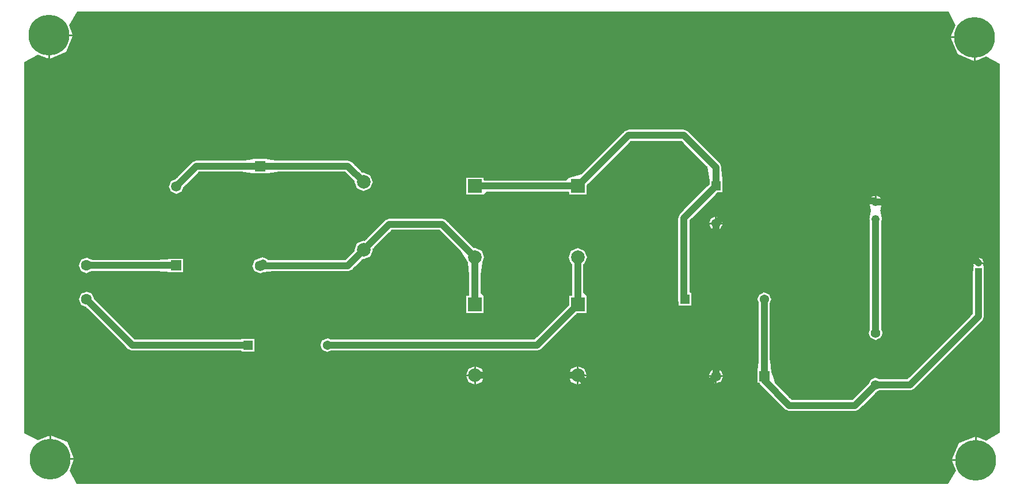
<source format=gbl>
%FSLAX24Y24*%
%MOIN*%
G70*
G01*
G75*
G04 Layer_Physical_Order=2*
G04 Layer_Color=16711680*
%ADD10C,0.2362*%
%ADD11C,0.0630*%
%ADD12C,0.0787*%
%ADD13C,0.0627*%
%ADD14R,0.0627X0.0627*%
%ADD15C,0.0591*%
%ADD16R,0.0591X0.0591*%
%ADD17R,0.0787X0.0787*%
%ADD18C,0.0540*%
%ADD19R,0.0540X0.0540*%
%ADD20C,0.0551*%
%ADD21R,0.0394X0.0394*%
%ADD22C,0.0394*%
%ADD23R,0.0591X0.0591*%
%ADD24C,0.0480*%
%ADD25R,0.0540X0.0540*%
%ADD26C,0.0400*%
G36*
X54385Y27726D02*
X54116Y27078D01*
X55482D01*
Y27028D01*
X55532D01*
Y25662D01*
X56152Y25918D01*
X56939Y25494D01*
Y4132D01*
X56152Y3673D01*
X55591Y3905D01*
Y2539D01*
X55541D01*
Y2489D01*
X54175D01*
X54407Y1929D01*
X53949Y1142D01*
X3482D01*
X3058Y1929D01*
X3315Y2548D01*
X1949D01*
Y2598D01*
X1899D01*
Y3964D01*
X1240Y3692D01*
X453Y4092D01*
Y25603D01*
X1240Y26038D01*
X1840Y25790D01*
Y27156D01*
X1890D01*
Y27206D01*
X3256D01*
X3040Y27726D01*
X3521Y28514D01*
X53979D01*
X54385Y27726D01*
D02*
G37*
%LPC*%
G36*
X26498Y7958D02*
X26170Y7822D01*
X26034Y7494D01*
X26498D01*
Y7958D01*
D02*
G37*
G36*
X26598D02*
Y7494D01*
X27062D01*
X26926Y7822D01*
X26598Y7958D01*
D02*
G37*
G36*
X40450Y7810D02*
X40448Y7809D01*
X40445Y7808D01*
X40443Y7807D01*
X40440Y7806D01*
X40391Y7786D01*
X40351Y7769D01*
X40350Y7769D01*
X40350Y7769D01*
X40349Y7768D01*
X40349Y7768D01*
X40348Y7768D01*
X40348Y7768D01*
X40287Y7743D01*
X40251Y7728D01*
X40198Y7706D01*
D01*
Y7706D01*
X40198D01*
X40169Y7637D01*
X40135Y7554D01*
X40093Y7453D01*
X40450D01*
Y7810D01*
D02*
G37*
G36*
X40550D02*
Y7453D01*
X40908D01*
X40850Y7593D01*
X40831Y7637D01*
X40803Y7706D01*
Y7706D01*
X40803Y7706D01*
X40803D01*
X40763Y7722D01*
X40689Y7753D01*
X40669Y7761D01*
X40666Y7763D01*
X40658Y7766D01*
X40652Y7768D01*
X40640Y7773D01*
X40618Y7782D01*
X40616Y7783D01*
X40607Y7787D01*
X40568Y7803D01*
X40567Y7803D01*
X40556Y7808D01*
X40553Y7809D01*
X40550Y7810D01*
D02*
G37*
G36*
X55999Y13903D02*
X55397D01*
X55400Y13896D01*
X55401Y13895D01*
X55402Y13893D01*
X55402Y13891D01*
X55406Y13883D01*
X55406Y13883D01*
X55406Y13883D01*
X55406Y13883D01*
X55406Y13883D01*
X55406Y13883D01*
X55407Y13880D01*
X55407Y13879D01*
X55408Y13878D01*
X55409Y13876D01*
X55409Y13874D01*
X55409Y13874D01*
X55410Y13874D01*
X55410Y13872D01*
X55410Y13872D01*
X55410Y13872D01*
X55411Y13872D01*
X55411Y13871D01*
X55411Y13871D01*
X55411Y13871D01*
X55411Y13870D01*
X55411Y13870D01*
X55411Y13870D01*
Y13870D01*
X55411Y13869D01*
X55411Y13869D01*
X55411Y13869D01*
X55411Y13869D01*
X55412Y13869D01*
X55412Y13869D01*
X55413Y13867D01*
X55413Y13866D01*
X55413Y13866D01*
X55413Y13865D01*
X55414Y13864D01*
X55414Y13864D01*
X55414Y13863D01*
X55414Y13863D01*
X55414Y13862D01*
X55414Y13862D01*
X55415Y13862D01*
X55415Y13862D01*
X55415Y13862D01*
X55415Y13862D01*
X55415Y13861D01*
X55415Y13861D01*
X55415Y13861D01*
X55415Y13861D01*
X55416Y13858D01*
X55416Y13857D01*
X55417Y13857D01*
X55418Y13854D01*
X55418Y13854D01*
X55419Y13852D01*
X55419Y13851D01*
X55419Y13851D01*
X55420Y13849D01*
X55420Y13849D01*
X55420Y13848D01*
X55420Y13848D01*
X55420Y13848D01*
X55421Y13847D01*
X55421Y13847D01*
X55421Y13847D01*
X55421Y13847D01*
X55421Y13847D01*
X55421Y13846D01*
X55421Y13846D01*
X55421Y13846D01*
X55421Y13845D01*
X55421Y13845D01*
X55421Y13845D01*
X55422Y13845D01*
X55422Y13845D01*
X55422Y13844D01*
X55423Y13842D01*
X55423Y13842D01*
X55423Y13841D01*
X55423Y13841D01*
X55424Y13839D01*
X55424Y13839D01*
X55425Y13837D01*
X55425Y13837D01*
X55425Y13837D01*
X55425Y13836D01*
X55426Y13835D01*
X55426Y13835D01*
X55426Y13835D01*
X55426Y13835D01*
X55426Y13835D01*
X55426Y13834D01*
X55426Y13834D01*
X55426Y13834D01*
X55426Y13834D01*
X55426Y13834D01*
X55426Y13834D01*
X55426Y13834D01*
X55426Y13834D01*
X55426Y13834D01*
X55426Y13834D01*
X55426Y13834D01*
X55426Y13834D01*
X55426Y13834D01*
X55426Y13834D01*
X55426Y13834D01*
X55426Y13834D01*
X55426Y13834D01*
X55426Y13834D01*
X55426Y13834D01*
X55426Y13834D01*
X55426Y13834D01*
X55426Y13834D01*
X55426Y13834D01*
X55426Y13833D01*
X55426Y13833D01*
X55426Y13833D01*
X55426Y13833D01*
X55426Y13833D01*
X55426Y13833D01*
X55427Y13833D01*
X55427Y13833D01*
X55427Y13833D01*
X55427Y13833D01*
X55427Y13833D01*
X55427Y13833D01*
X55427Y13833D01*
X55429Y13828D01*
X55429Y13828D01*
X55429Y13827D01*
X55429Y13826D01*
X55430Y13823D01*
X55431Y13823D01*
X55431Y13823D01*
X55431Y13822D01*
X55431Y13822D01*
X55431Y13822D01*
X55431Y13822D01*
X55431Y13821D01*
X55431Y13821D01*
X55431Y13821D01*
X55432Y13821D01*
X55432Y13821D01*
X55432Y13821D01*
X55432Y13821D01*
X55432Y13820D01*
X55432Y13820D01*
X55432Y13820D01*
X55432Y13820D01*
X55432Y13820D01*
X55432Y13819D01*
X55432Y13819D01*
X55432Y13819D01*
X55432Y13819D01*
X55433Y13817D01*
X55433Y13817D01*
X55433Y13817D01*
X55433Y13816D01*
X55434Y13815D01*
X55434Y13815D01*
X55435Y13813D01*
X55435Y13813D01*
X55435Y13813D01*
X55435Y13812D01*
X55436Y13811D01*
X55436Y13811D01*
X55435Y13810D01*
X55435Y13810D01*
X55435Y13810D01*
X55432Y13805D01*
X55429Y13799D01*
X55401Y13750D01*
Y13750D01*
Y13745D01*
Y13743D01*
Y13742D01*
Y13741D01*
Y13734D01*
Y13730D01*
X55401Y13729D01*
Y13728D01*
Y13728D01*
Y13728D01*
Y13726D01*
X55401Y13726D01*
X55401Y13724D01*
Y13724D01*
Y13724D01*
Y13723D01*
Y13721D01*
Y13720D01*
Y13720D01*
X55401Y13720D01*
X55401Y13718D01*
Y13717D01*
Y13716D01*
Y13716D01*
Y13713D01*
Y13711D01*
X55401Y13710D01*
X55401Y13705D01*
Y13703D01*
Y13702D01*
Y13701D01*
Y13693D01*
Y13693D01*
X55401Y13689D01*
X55401Y13688D01*
Y13688D01*
Y13688D01*
Y13688D01*
X55401Y13687D01*
Y13686D01*
X55401Y13684D01*
Y13684D01*
Y13683D01*
Y13683D01*
Y13679D01*
X55401Y13677D01*
X55401Y13677D01*
Y13677D01*
Y13677D01*
Y13677D01*
Y13676D01*
Y13675D01*
Y13675D01*
Y13675D01*
Y13674D01*
Y13674D01*
Y13673D01*
Y13673D01*
Y13671D01*
Y13671D01*
Y13671D01*
Y13671D01*
Y13669D01*
Y13667D01*
Y13666D01*
Y13666D01*
Y13666D01*
Y13666D01*
Y13664D01*
Y13663D01*
Y13662D01*
Y13661D01*
Y13661D01*
Y13660D01*
Y13657D01*
X55401Y13655D01*
X55401Y13654D01*
Y13653D01*
Y13653D01*
Y13653D01*
Y13651D01*
Y13649D01*
Y13649D01*
Y13649D01*
Y13649D01*
Y13649D01*
Y13648D01*
Y13648D01*
Y13648D01*
Y13648D01*
Y13647D01*
Y13647D01*
Y13647D01*
Y13646D01*
Y13645D01*
Y13645D01*
Y13645D01*
Y13645D01*
Y13644D01*
Y13643D01*
Y13643D01*
Y13642D01*
Y13642D01*
Y13642D01*
Y13642D01*
Y13641D01*
Y13641D01*
Y13641D01*
Y13639D01*
Y13639D01*
Y13639D01*
Y13638D01*
Y13636D01*
X55401Y13635D01*
Y13634D01*
X55401Y13627D01*
Y13627D01*
Y13625D01*
Y13624D01*
Y13615D01*
Y13614D01*
Y13608D01*
Y13608D01*
Y13607D01*
Y13601D01*
Y13601D01*
Y13594D01*
Y13588D01*
Y13588D01*
Y13588D01*
Y13587D01*
Y13587D01*
Y13584D01*
Y13583D01*
Y13579D01*
Y13576D01*
Y13571D01*
Y13564D01*
Y13557D01*
Y13540D01*
X55401Y13520D01*
X55401Y13520D01*
X55401Y13520D01*
X55401Y13519D01*
X55400Y13518D01*
X55400Y13518D01*
X55400Y13518D01*
X55400Y13517D01*
X55400Y13517D01*
X55400Y13517D01*
X55400Y13517D01*
X55399Y13516D01*
X55399Y13515D01*
X55399Y13515D01*
X55398Y13514D01*
X55398Y13512D01*
X55396Y13508D01*
D01*
X55396Y13508D01*
X55396Y13508D01*
X55396Y13508D01*
X55396Y13507D01*
X55395Y13506D01*
X55395Y13506D01*
X55395Y13506D01*
X55395Y13506D01*
X55395Y13506D01*
X55395Y13505D01*
X55395Y13505D01*
X55395Y13505D01*
X55395Y13505D01*
X55395Y13505D01*
X55394Y13504D01*
X55394Y13504D01*
X55394Y13504D01*
X55394Y13503D01*
X55393Y13501D01*
X55392Y13498D01*
X55392Y13498D01*
X55391Y13497D01*
X55390Y13494D01*
X55389Y13490D01*
X55389Y13490D01*
X55388Y13490D01*
X55388Y13488D01*
X55387Y13486D01*
X55387Y13486D01*
X55387Y13485D01*
X55386Y13484D01*
X55385Y13482D01*
X55385Y13482D01*
X55384Y13480D01*
X55383Y13476D01*
X55380Y13468D01*
X55373Y13453D01*
X55373Y13453D01*
D01*
Y13453D01*
Y13453D01*
Y13453D01*
Y13453D01*
Y13453D01*
Y13452D01*
X55373Y13451D01*
X55373Y13449D01*
Y13449D01*
X55373Y13448D01*
Y13446D01*
Y13445D01*
Y13445D01*
Y13445D01*
Y13444D01*
Y13443D01*
Y13442D01*
Y13442D01*
Y13442D01*
Y13438D01*
Y13434D01*
X55373Y13429D01*
X55373Y13429D01*
Y13429D01*
X55373Y13428D01*
X55373Y13428D01*
Y13428D01*
X55373Y13427D01*
X55373Y13418D01*
Y13409D01*
Y13394D01*
Y13393D01*
Y13392D01*
Y13391D01*
Y13389D01*
Y13389D01*
Y13388D01*
Y13382D01*
Y13361D01*
Y13330D01*
Y13330D01*
Y13330D01*
Y13329D01*
Y13329D01*
Y13328D01*
Y13327D01*
Y13327D01*
Y13326D01*
Y13325D01*
Y13325D01*
Y13325D01*
Y13323D01*
Y13292D01*
Y13248D01*
Y13195D01*
Y13177D01*
Y11225D01*
Y11179D01*
Y11168D01*
Y11162D01*
Y11162D01*
Y11130D01*
Y11114D01*
Y11108D01*
Y11106D01*
X55373Y11106D01*
X55373Y11106D01*
Y11083D01*
X55373Y11075D01*
Y11071D01*
Y11070D01*
X55373Y11069D01*
Y11069D01*
Y11069D01*
Y11069D01*
X55373Y11069D01*
X55373Y11068D01*
Y11042D01*
Y11036D01*
X55373Y11026D01*
X55373Y11022D01*
Y11022D01*
Y11022D01*
Y11021D01*
X55373Y11020D01*
Y11019D01*
Y11008D01*
Y11007D01*
Y11007D01*
Y11005D01*
Y11000D01*
X55369Y10996D01*
X55368Y10994D01*
X55368Y10994D01*
X55367Y10993D01*
X55359Y10985D01*
X55358Y10984D01*
X55357Y10984D01*
X55357Y10984D01*
X55357Y10984D01*
X55355Y10982D01*
X55355Y10981D01*
X55355Y10981D01*
X55355Y10981D01*
X55355Y10981D01*
X55354Y10981D01*
X55347Y10974D01*
X55343Y10970D01*
X55343Y10970D01*
X55343Y10969D01*
X55325Y10952D01*
X55325Y10952D01*
X55325Y10951D01*
X55325Y10951D01*
X55325Y10951D01*
X55323Y10950D01*
X55323Y10950D01*
X55320Y10946D01*
X55315Y10941D01*
X55315Y10941D01*
X55315Y10941D01*
X55299Y10926D01*
X55299Y10926D01*
X55299Y10926D01*
X55298Y10924D01*
X55297Y10924D01*
X55297Y10924D01*
X55294Y10921D01*
X55294Y10921D01*
X55286Y10913D01*
X55280Y10906D01*
X55251Y10877D01*
X55249Y10875D01*
X55241Y10868D01*
X55206Y10833D01*
X51768Y7395D01*
X51733Y7360D01*
X51726Y7353D01*
X51724Y7351D01*
X51695Y7321D01*
X51688Y7315D01*
X51681Y7307D01*
X51681Y7307D01*
X51677Y7304D01*
X51677Y7304D01*
X51677Y7303D01*
X51675Y7302D01*
X51675Y7302D01*
X51675Y7302D01*
X51660Y7287D01*
X51660Y7287D01*
X51660Y7286D01*
X51655Y7282D01*
X51652Y7278D01*
X51652Y7278D01*
X51650Y7277D01*
X51650Y7277D01*
X51650Y7277D01*
X51650Y7276D01*
X51649Y7276D01*
X51632Y7259D01*
X51631Y7258D01*
X51631Y7258D01*
X51628Y7254D01*
X51620Y7247D01*
X51620Y7246D01*
X51620Y7246D01*
X51620Y7246D01*
X51620Y7246D01*
X51619Y7246D01*
X51618Y7244D01*
X51618Y7244D01*
X51618Y7244D01*
X51617Y7244D01*
X51616Y7243D01*
X51608Y7235D01*
X51607Y7234D01*
X51607Y7234D01*
X51606Y7232D01*
X51601Y7228D01*
X51596D01*
X51594D01*
X51594D01*
X51594D01*
X51593D01*
X51582D01*
X51581D01*
X51580Y7228D01*
X51580D01*
X51580D01*
X51579D01*
X51575Y7228D01*
X51565Y7228D01*
X51559D01*
X51533Y7228D01*
X51533D01*
X51533Y7228D01*
X51533Y7228D01*
X51533Y7228D01*
X51533D01*
X51533Y7228D01*
X51533Y7228D01*
X51533D01*
X51533Y7228D01*
X51532D01*
X51532Y7228D01*
X51532D01*
X51532D01*
X51531Y7228D01*
X51530D01*
X51526D01*
X51518Y7228D01*
X51495Y7228D01*
X51495D01*
X51495Y7228D01*
X51492D01*
X51486D01*
X51472D01*
X51442D01*
X51442D01*
X51436D01*
X51425D01*
X51380D01*
X50181D01*
X50164D01*
X50137D01*
X50124D01*
X50114D01*
X50105D01*
D01*
X50091D01*
X50090D01*
X50085D01*
X50085D01*
X50041D01*
X50038D01*
X50018D01*
D01*
X50017D01*
X50017D01*
X50017D01*
X50017D01*
X50017D01*
X50017D01*
X50017D01*
D01*
X50017D01*
X50017D01*
X50017Y7228D01*
X50017Y7228D01*
X49994D01*
X49991D01*
X49979D01*
X49979D01*
X49977D01*
X49977D01*
X49977D01*
X49976D01*
X49976D01*
X49967D01*
X49966D01*
X49965D01*
X49960Y7228D01*
X49960Y7228D01*
X49955D01*
X49955D01*
X49954D01*
X49954D01*
X49951D01*
D01*
X49950D01*
X49950D01*
X49950D01*
X49950D01*
X49950D01*
X49950D01*
X49948D01*
X49947D01*
X49947D01*
X49947D01*
X49946Y7228D01*
X49923Y7237D01*
X49921Y7238D01*
X49917Y7240D01*
X49917Y7240D01*
X49897Y7248D01*
X49895Y7249D01*
X49895Y7249D01*
X49894Y7249D01*
X49894Y7249D01*
X49894Y7249D01*
X49892Y7250D01*
X49889Y7251D01*
X49879Y7255D01*
X49874Y7257D01*
X49870Y7259D01*
X49865Y7261D01*
X49852Y7267D01*
X49851Y7267D01*
X49851Y7267D01*
X49851Y7267D01*
X49851Y7267D01*
X49851Y7267D01*
X49849Y7268D01*
X49849Y7268D01*
X49849Y7268D01*
X49849Y7268D01*
X49849Y7268D01*
X49849Y7268D01*
X49848Y7268D01*
X49848Y7268D01*
X49848Y7268D01*
X49848Y7268D01*
X49848Y7268D01*
X49847Y7269D01*
X49846Y7269D01*
X49846Y7269D01*
X49846Y7269D01*
X49844Y7270D01*
X49844Y7270D01*
X49844Y7270D01*
X49844Y7270D01*
X49844Y7270D01*
X49844Y7270D01*
X49843Y7271D01*
X49840Y7272D01*
X49838Y7272D01*
X49838Y7272D01*
X49838Y7272D01*
X49834Y7274D01*
X49834Y7274D01*
X49826Y7278D01*
X49822Y7279D01*
X49820Y7280D01*
X49814Y7282D01*
X49814Y7282D01*
X49814Y7283D01*
X49796Y7290D01*
X49796Y7290D01*
X49796Y7290D01*
X49774Y7299D01*
X49768Y7302D01*
X49748Y7310D01*
X49461Y7191D01*
X49453Y7173D01*
X49450Y7164D01*
X49441Y7142D01*
X49441Y7142D01*
X49441Y7142D01*
X49435Y7129D01*
X49433Y7124D01*
X49431Y7119D01*
X49430Y7117D01*
X49428Y7113D01*
X49425Y7105D01*
X49425Y7105D01*
X49423Y7100D01*
X49423Y7099D01*
X49421Y7096D01*
X49421Y7095D01*
X49421Y7095D01*
X49421Y7095D01*
X49421Y7094D01*
X49421Y7094D01*
X49420Y7093D01*
X49420Y7092D01*
X49420Y7092D01*
X49420Y7092D01*
X49419Y7091D01*
X49419Y7090D01*
X49419Y7090D01*
X49419Y7090D01*
X49419Y7090D01*
X49419Y7090D01*
X49419Y7090D01*
X49419Y7090D01*
X49419Y7089D01*
X49418Y7088D01*
X49418Y7088D01*
X49418Y7087D01*
X49417Y7086D01*
Y7086D01*
X49410Y7069D01*
X49408Y7064D01*
X49406Y7059D01*
X49402Y7050D01*
X49401Y7047D01*
X49400Y7044D01*
X49400Y7044D01*
X49400Y7043D01*
X49399Y7042D01*
X49390Y7021D01*
X49389Y7017D01*
X49388Y7016D01*
X49379Y6993D01*
X49378Y6992D01*
X49378Y6992D01*
X49377Y6992D01*
X49377Y6992D01*
X49376Y6990D01*
X49376Y6990D01*
X49375Y6990D01*
X49375Y6990D01*
X49375Y6990D01*
X49375Y6989D01*
X49374Y6988D01*
X49373Y6987D01*
X49372Y6987D01*
X49372Y6987D01*
X49369Y6983D01*
X49364Y6979D01*
X49364Y6978D01*
X49358Y6972D01*
X49357Y6971D01*
X49357Y6971D01*
X49355Y6969D01*
X49355Y6969D01*
X49348Y6962D01*
X49345Y6959D01*
X49329Y6943D01*
X49329Y6943D01*
X49329Y6943D01*
X49329Y6943D01*
X49329Y6943D01*
X49329Y6943D01*
X49329Y6943D01*
X49329Y6943D01*
X49328Y6943D01*
X49328Y6943D01*
X49328Y6943D01*
X49328Y6943D01*
X49328Y6943D01*
X49328Y6942D01*
X49312Y6926D01*
X49280Y6895D01*
X49276Y6890D01*
X49266Y6881D01*
X49263Y6877D01*
X49253Y6867D01*
X49244Y6858D01*
X49225Y6839D01*
X49212Y6827D01*
X48569Y6183D01*
X48538Y6152D01*
X48529Y6144D01*
X48525Y6139D01*
X48525Y6139D01*
X48505Y6119D01*
X48495Y6110D01*
X48491Y6105D01*
X48489Y6103D01*
X48489Y6103D01*
X48489Y6103D01*
X48473Y6087D01*
X48467Y6081D01*
X48464Y6078D01*
X48464Y6078D01*
X48463Y6077D01*
X48463Y6077D01*
X48463Y6077D01*
X48463Y6077D01*
X48462Y6077D01*
X48462Y6077D01*
Y6077D01*
X48462Y6077D01*
X48462Y6077D01*
X48462Y6076D01*
X48462Y6076D01*
X48462Y6076D01*
X48462Y6076D01*
X48462Y6076D01*
X48462Y6076D01*
X48443Y6058D01*
X48439Y6053D01*
X48432Y6046D01*
X48429Y6043D01*
X48429Y6043D01*
X48429Y6043D01*
X48429Y6043D01*
X48428Y6042D01*
X48427Y6041D01*
X48419Y6033D01*
X48419Y6033D01*
X48419Y6033D01*
X48419Y6033D01*
X48417Y6031D01*
X48414Y6028D01*
X48407D01*
X48405D01*
X48405D01*
X48404D01*
X48392D01*
X48391Y6028D01*
X48390D01*
X48390D01*
X48390D01*
X48388Y6028D01*
X48388Y6028D01*
X48387D01*
X48387D01*
X48387D01*
X48387Y6028D01*
X48376Y6028D01*
X48371D01*
X48371D01*
X48370D01*
X48346Y6028D01*
X48345D01*
X48345Y6028D01*
X48344D01*
X48344D01*
X48342Y6028D01*
X48342D01*
X48337D01*
X48331Y6028D01*
X48330D01*
X48330D01*
X48309Y6028D01*
X48309Y6028D01*
X48309D01*
X48307D01*
X48307D01*
X48307D01*
X48301D01*
X48301D01*
X48290D01*
X48281D01*
X48240D01*
X48237D01*
X48227D01*
X48177D01*
X45119D01*
X45069D01*
X45059D01*
X45056D01*
X45015D01*
X45004D01*
X44995D01*
X44991D01*
X44989Y6028D01*
X44989Y6028D01*
X44965D01*
X44954Y6028D01*
X44952D01*
X44952D01*
X44951Y6028D01*
X44951D01*
X44951Y6028D01*
X44950Y6028D01*
X44926D01*
X44925D01*
X44918D01*
X44910Y6028D01*
X44909Y6028D01*
X44909D01*
X44909D01*
X44909Y6028D01*
X44904Y6028D01*
X44903D01*
X44901Y6028D01*
X44899D01*
X44890D01*
X44889D01*
X44887D01*
X44883D01*
X44879Y6031D01*
X44877Y6033D01*
X44876Y6034D01*
X44869Y6041D01*
X44868Y6042D01*
X44868Y6043D01*
X44867Y6043D01*
X44865Y6046D01*
X44864Y6046D01*
X44864Y6047D01*
X44863Y6047D01*
X44862Y6048D01*
X44856Y6055D01*
X44852Y6059D01*
X44851Y6060D01*
X44835Y6075D01*
X44835Y6076D01*
X44834Y6076D01*
X44834Y6076D01*
X44833Y6077D01*
X44833Y6077D01*
X44830Y6080D01*
X44824Y6086D01*
X44824Y6086D01*
X44808Y6102D01*
X44808Y6102D01*
X44808Y6102D01*
X44807Y6104D01*
X44807Y6104D01*
X44804Y6106D01*
X44804Y6106D01*
X44800Y6110D01*
X44786Y6125D01*
X44748Y6163D01*
X44748Y6163D01*
X44747Y6163D01*
X44742Y6169D01*
X44741Y6170D01*
X44707Y6203D01*
X43960Y6951D01*
X43957Y6953D01*
X43876Y7159D01*
X43831Y7275D01*
X43831D01*
X43691Y7630D01*
X43691Y7710D01*
D01*
Y7798D01*
Y7798D01*
Y7798D01*
X43691D01*
X43691Y7798D01*
X43675Y7802D01*
X43672Y7835D01*
Y7835D01*
X43669Y7877D01*
X43665Y7920D01*
X43664Y7932D01*
X43662Y7958D01*
X43633Y8277D01*
X43623Y8389D01*
Y8534D01*
Y11427D01*
Y11471D01*
Y11489D01*
Y11491D01*
Y11531D01*
Y11534D01*
Y11538D01*
Y11550D01*
Y11554D01*
Y11554D01*
Y11556D01*
Y11565D01*
Y11565D01*
Y11569D01*
Y11591D01*
Y11604D01*
Y11605D01*
Y11617D01*
X43623Y11625D01*
Y11625D01*
X43623D01*
Y11641D01*
X43623Y11652D01*
Y11653D01*
X43623Y11653D01*
X43623Y11662D01*
Y11670D01*
Y11670D01*
X43627Y11680D01*
X43629Y11686D01*
X43634Y11696D01*
X43634Y11697D01*
Y11697D01*
X43637Y11704D01*
X43638Y11708D01*
X43640Y11712D01*
X43642Y11717D01*
X43645Y11725D01*
X43647Y11730D01*
X43650Y11736D01*
X43652Y11742D01*
X43653Y11742D01*
X43654Y11745D01*
X43654Y11747D01*
X43656Y11751D01*
X43657Y11752D01*
X43657Y11754D01*
X43658Y11755D01*
X43659Y11757D01*
X43659Y11758D01*
X43660Y11759D01*
X43660Y11760D01*
X43660Y11760D01*
X43660Y11761D01*
X43661Y11764D01*
X43662Y11765D01*
X43663Y11768D01*
X43664Y11770D01*
X43664Y11771D01*
X43665Y11771D01*
X43666Y11774D01*
X43666Y11774D01*
X43666Y11774D01*
X43666Y11775D01*
X43666Y11776D01*
X43666Y11776D01*
X43667Y11776D01*
X43667Y11776D01*
X43667Y11776D01*
X43667Y11776D01*
X43667Y11776D01*
X43667Y11776D01*
X43667Y11777D01*
X43667Y11778D01*
X43668Y11778D01*
X43668Y11780D01*
X43669Y11781D01*
X43669Y11781D01*
X43669Y11782D01*
X43669Y11782D01*
X43669Y11783D01*
X43669Y11783D01*
X43670Y11783D01*
X43670Y11785D01*
X43671Y11786D01*
X43672Y11788D01*
X43672Y11790D01*
X43672Y11790D01*
X43673Y11790D01*
X43673Y11791D01*
X43673Y11791D01*
X43673Y11792D01*
X43673Y11793D01*
X43674Y11794D01*
X43674Y11794D01*
X43674Y11795D01*
X43676Y11799D01*
X43677Y11800D01*
X43677Y11802D01*
X43680Y11808D01*
X43681Y11812D01*
X43681Y11812D01*
X43683Y11816D01*
X43683Y11816D01*
X43683Y11817D01*
X43685Y11821D01*
X43687Y11824D01*
X43687Y11824D01*
X43687Y11826D01*
X43688Y11827D01*
X43688Y11827D01*
X43689Y11830D01*
X43690Y11831D01*
X43690Y11832D01*
X43693Y11839D01*
X43693Y11839D01*
X43696Y11847D01*
X43699Y11853D01*
Y11853D01*
D01*
X43699Y11853D01*
D01*
Y11853D01*
Y11853D01*
X43664Y11937D01*
X43657Y11953D01*
X43657Y11953D01*
X43625Y12030D01*
X43615Y12055D01*
X43613Y12059D01*
X43613Y12059D01*
X43601Y12088D01*
X43592Y12110D01*
X43583Y12133D01*
X43581Y12136D01*
X43581Y12136D01*
Y12136D01*
X43581Y12136D01*
X43580Y12137D01*
X43359Y12228D01*
X43331Y12240D01*
X43323Y12243D01*
X43318Y12245D01*
X43317Y12246D01*
X43298Y12254D01*
D01*
X43298D01*
D01*
X43298D01*
Y12254D01*
X43292Y12251D01*
X43290Y12250D01*
X43289Y12250D01*
X43288Y12249D01*
X43285Y12248D01*
X43281Y12247D01*
X43198Y12212D01*
X43174Y12202D01*
X43099Y12171D01*
X43015Y12136D01*
X43015Y12136D01*
Y12136D01*
X42997Y12093D01*
X42971Y12031D01*
X42961Y12005D01*
X42954Y11990D01*
X42951Y11982D01*
X42949Y11978D01*
X42943Y11964D01*
X42898Y11853D01*
D01*
X42898Y11853D01*
Y11853D01*
Y11853D01*
X42902Y11842D01*
X42903Y11840D01*
X42907Y11832D01*
X42907Y11831D01*
X42908Y11828D01*
X42908Y11827D01*
X42908Y11827D01*
X42909Y11826D01*
X42909Y11824D01*
X42910Y11824D01*
X42912Y11818D01*
X42912Y11817D01*
X42913Y11817D01*
X42913Y11816D01*
X42915Y11812D01*
X42915Y11812D01*
X42916Y11809D01*
X42918Y11803D01*
X42919Y11801D01*
X42919Y11800D01*
X42920Y11799D01*
X42922Y11795D01*
X42922Y11794D01*
X42922Y11794D01*
X42923Y11793D01*
X42923Y11792D01*
X42923Y11792D01*
X42923Y11791D01*
X42923Y11791D01*
X42923Y11790D01*
X42924Y11790D01*
X42924Y11790D01*
X42924Y11790D01*
X42925Y11786D01*
X42926Y11785D01*
X42926Y11785D01*
X42927Y11783D01*
X42927Y11783D01*
X42927Y11782D01*
X42927Y11782D01*
X42927Y11782D01*
X42927Y11781D01*
X42927Y11781D01*
X42928Y11779D01*
X42929Y11778D01*
X42929Y11778D01*
X42929Y11777D01*
X42929Y11776D01*
X42929Y11776D01*
X42929Y11776D01*
X42929Y11776D01*
X42929Y11776D01*
X42930Y11776D01*
X42930Y11776D01*
X42930Y11775D01*
X42930Y11775D01*
X42930Y11774D01*
X42930Y11774D01*
X42931Y11773D01*
X42931Y11772D01*
X42932Y11771D01*
X42932Y11770D01*
X42934Y11765D01*
X42934Y11764D01*
X42936Y11761D01*
X42936Y11760D01*
X42936Y11759D01*
X42937Y11758D01*
X42938Y11755D01*
X42938Y11754D01*
X42940Y11752D01*
X42940Y11750D01*
X42941Y11747D01*
X42942Y11746D01*
X42944Y11742D01*
X42944Y11742D01*
X42948Y11730D01*
X42950Y11726D01*
X42954Y11717D01*
X42955Y11714D01*
X42958Y11708D01*
X42959Y11705D01*
X42959Y11705D01*
X42962Y11697D01*
X42964Y11694D01*
X42967Y11686D01*
X42968Y11683D01*
X42969Y11682D01*
X42973Y11670D01*
Y11669D01*
Y11664D01*
Y11663D01*
Y11663D01*
Y11653D01*
Y11651D01*
X42973Y11642D01*
Y11641D01*
X42973Y11625D01*
Y11624D01*
X42973Y11617D01*
Y11617D01*
Y11605D01*
Y11603D01*
Y11592D01*
Y11569D01*
Y11565D01*
Y11565D01*
Y11556D01*
Y11554D01*
Y11554D01*
Y11550D01*
Y11538D01*
Y11534D01*
Y11531D01*
Y11491D01*
Y11489D01*
Y11471D01*
Y11427D01*
Y8527D01*
Y8399D01*
X42961Y8274D01*
X42932Y7971D01*
X42930Y7946D01*
X42929Y7936D01*
X42924Y7889D01*
X42919Y7836D01*
D01*
X42916Y7802D01*
X42900Y7798D01*
X42900Y7798D01*
X42900D01*
X42900Y7798D01*
X42900D01*
X42900D01*
Y7798D01*
X42900Y7641D01*
X42900Y7641D01*
Y7641D01*
D01*
X42900D01*
X42900Y7641D01*
Y7008D01*
X42991D01*
X42991D01*
X43030Y7008D01*
X43032D01*
X43037Y6996D01*
X43040Y6988D01*
X43043Y6981D01*
X43046Y6975D01*
X43051Y6962D01*
X43056Y6951D01*
X43061Y6939D01*
X43066Y6926D01*
X43066Y6926D01*
X43140Y6852D01*
X43158Y6834D01*
X43158Y6834D01*
X43290Y6702D01*
X43291Y6701D01*
X43311Y6681D01*
X43314Y6678D01*
X43580Y6412D01*
X44256Y5736D01*
X44293Y5699D01*
X44307Y5685D01*
X44314Y5678D01*
X44331Y5661D01*
X44332Y5660D01*
X44353Y5639D01*
X44365Y5627D01*
X44369Y5623D01*
X44372Y5620D01*
X44372Y5620D01*
X44426Y5566D01*
X44467Y5525D01*
X44487Y5505D01*
X44492Y5500D01*
X44504Y5488D01*
X44518Y5474D01*
X44518Y5474D01*
D01*
X44518D01*
Y5474D01*
X44518D01*
X44543Y5463D01*
X44556Y5458D01*
X44585Y5446D01*
X44591Y5443D01*
X44610Y5436D01*
X44631Y5427D01*
X44633Y5426D01*
X44633Y5426D01*
X44657Y5416D01*
X44667Y5412D01*
X44682Y5406D01*
X44712Y5394D01*
X44712Y5393D01*
X44714Y5392D01*
X44748Y5378D01*
X44748D01*
X44748D01*
X44748D01*
X44750D01*
X44785D01*
X44818D01*
X44870D01*
X44940D01*
X44940D01*
X44942D01*
X44947D01*
X44957D01*
X44957D01*
X44974D01*
X45006D01*
X45007D01*
X45031D01*
X45050D01*
X45058D01*
X45098D01*
X48198D01*
X48232D01*
X48253D01*
X48261D01*
X48289D01*
X48290D01*
X48323D01*
X48340D01*
X48340D01*
X48350D01*
X48353D01*
X48356D01*
X48427D01*
X48477D01*
X48478D01*
X48512D01*
X48516D01*
X48548Y5378D01*
X48548Y5378D01*
X48548D01*
D01*
X48548D01*
X48548D01*
X48548Y5378D01*
X48582Y5392D01*
X48584Y5393D01*
X48586Y5394D01*
X48614Y5406D01*
X48629Y5412D01*
X48639Y5416D01*
X48641Y5417D01*
X48650Y5420D01*
X48663Y5426D01*
X48663Y5426D01*
X48665Y5427D01*
X48687Y5436D01*
X48688Y5436D01*
X48712Y5446D01*
X48740Y5458D01*
X48741Y5458D01*
X48778Y5474D01*
X48778D01*
X48778Y5474D01*
X48778Y5474D01*
X48790Y5486D01*
X48801Y5497D01*
X48823Y5519D01*
X48855Y5551D01*
X48898Y5594D01*
X48902Y5598D01*
X48902Y5598D01*
X48906Y5602D01*
X48919Y5615D01*
X48919Y5615D01*
X48930Y5625D01*
X48951Y5647D01*
X48953Y5649D01*
X48974Y5670D01*
X48989Y5685D01*
X48993Y5689D01*
X49012Y5707D01*
X49669Y6365D01*
X49706Y6402D01*
X49714Y6410D01*
X49744Y6440D01*
X49748Y6444D01*
X49757Y6453D01*
X49760Y6456D01*
X49761Y6456D01*
X49761Y6457D01*
X49762Y6457D01*
X49791Y6487D01*
X49806Y6502D01*
X49807Y6503D01*
X49808Y6503D01*
X49815Y6511D01*
X49816Y6511D01*
X49819Y6515D01*
X49820Y6516D01*
X49820Y6516D01*
X49823Y6519D01*
X49823Y6519D01*
X49824Y6520D01*
X49825Y6521D01*
X49825Y6521D01*
X49825Y6521D01*
X49825Y6521D01*
X49826Y6521D01*
X49826Y6521D01*
X49826Y6521D01*
X49826Y6522D01*
X49827Y6522D01*
X49827Y6523D01*
X49827Y6523D01*
X49827Y6523D01*
X49827Y6523D01*
X49827D01*
X49827Y6523D01*
X49827D01*
X49829Y6524D01*
X49829Y6525D01*
X49829Y6525D01*
X49829Y6525D01*
X49829Y6525D01*
X49830Y6526D01*
X49830Y6526D01*
X49830Y6526D01*
X49830Y6526D01*
X49830Y6526D01*
X49830Y6526D01*
X49830Y6526D01*
X49830Y6526D01*
X49831Y6526D01*
X49831Y6527D01*
X49831Y6527D01*
X49831Y6527D01*
X49831Y6527D01*
X49831Y6527D01*
X49831Y6527D01*
X49831D01*
X49831Y6527D01*
X49831Y6527D01*
X49831Y6527D01*
X49831Y6527D01*
X49831Y6527D01*
X49834Y6529D01*
X49834Y6529D01*
X49834Y6530D01*
X49834Y6530D01*
X49835Y6530D01*
X49835Y6530D01*
X49835Y6531D01*
X49836Y6532D01*
X49836Y6532D01*
X49836Y6532D01*
X49836Y6532D01*
X49837Y6532D01*
X49837Y6533D01*
X49837Y6533D01*
X49837Y6533D01*
X49838Y6533D01*
X49838Y6534D01*
X49838Y6534D01*
X49838Y6534D01*
X49846Y6537D01*
X49851Y6539D01*
X49858Y6542D01*
X49858Y6542D01*
X49862Y6544D01*
X49864Y6545D01*
X49864Y6545D01*
X49867Y6546D01*
X49874Y6549D01*
X49878Y6551D01*
X49885Y6553D01*
X49887Y6554D01*
X49889Y6555D01*
X49891Y6556D01*
X49891Y6556D01*
X49892Y6556D01*
X49893Y6557D01*
X49895Y6557D01*
X49896Y6558D01*
X49898Y6559D01*
X49905Y6562D01*
X49910Y6564D01*
X49917Y6567D01*
X49919Y6568D01*
X49920Y6568D01*
X49922Y6569D01*
X49925Y6570D01*
X49925Y6570D01*
X49932Y6573D01*
X49938Y6575D01*
X49946Y6578D01*
X49946D01*
X49946D01*
X49946D01*
X49946D01*
X49946D01*
X49947D01*
X49948D01*
X49948D01*
X49948Y6578D01*
X49948D01*
X49948D01*
X49949Y6578D01*
X49950D01*
X49951Y6578D01*
X49951D01*
X49952D01*
X49952D01*
X49955Y6578D01*
X49955D01*
X49955D01*
X49955D01*
X49955D01*
X49956Y6578D01*
X49956D01*
X49956Y6578D01*
X49956D01*
X49956D01*
X49956Y6578D01*
X49956D01*
X49956D01*
X49956D01*
X49956Y6578D01*
X49956D01*
X49956Y6578D01*
X49957D01*
X49957D01*
X49957D01*
X49957D01*
X49957Y6578D01*
X49958Y6578D01*
X49958D01*
X49958D01*
X49959D01*
X49959D01*
X49961Y6578D01*
X49961D01*
X49961D01*
X49961Y6578D01*
D01*
X49961Y6578D01*
X49961D01*
X49961D01*
X49962Y6578D01*
X49962D01*
X49963Y6578D01*
X49963D01*
X49963D01*
X49963Y6578D01*
X49963D01*
X49964Y6578D01*
X49964D01*
X49965Y6578D01*
X49966D01*
X49967D01*
X49971D01*
X49971D01*
X49973D01*
X49977D01*
X49978D01*
X49988D01*
X49988D01*
X49990D01*
X50012D01*
X50052D01*
X50053D01*
X50054D01*
X50055D01*
X50059D01*
X50072D01*
X50078D01*
X50120D01*
X50132D01*
X50184D01*
X51402D01*
X51430D01*
X51437D01*
X51457D01*
X51486D01*
X51488D01*
X51520D01*
X51535D01*
X51535D01*
X51552D01*
X51557D01*
X51559D01*
X51562D01*
X51624D01*
X51670D01*
X51702D01*
X51719D01*
X51736Y6578D01*
X51736Y6578D01*
X51736D01*
X51736D01*
D01*
X51736D01*
X51736Y6578D01*
X51772Y6594D01*
X51773Y6594D01*
X51802Y6606D01*
X51825Y6615D01*
X51825Y6616D01*
X51827Y6616D01*
X51848Y6625D01*
X51851Y6626D01*
X51851Y6626D01*
X51863Y6631D01*
X51873Y6635D01*
X51874Y6636D01*
X51884Y6640D01*
X51899Y6646D01*
X51927Y6658D01*
X51929Y6659D01*
X51932Y6660D01*
X51965Y6674D01*
X51965D01*
X51965Y6674D01*
D01*
X51965Y6674D01*
X51987Y6695D01*
X51991Y6699D01*
X52015Y6723D01*
X52015Y6723D01*
X52051Y6759D01*
X52101Y6810D01*
X52103Y6811D01*
X52106Y6814D01*
X52112Y6820D01*
X52112Y6820D01*
X52125Y6833D01*
X52148Y6856D01*
X52149Y6857D01*
X52168Y6877D01*
X52174Y6882D01*
X52189Y6897D01*
X52213Y6921D01*
X55680Y10389D01*
X55705Y10413D01*
X55718Y10426D01*
X55725Y10433D01*
X55744Y10452D01*
X55745Y10453D01*
X55768Y10476D01*
X55781Y10489D01*
X55781Y10489D01*
X55787Y10496D01*
X55790Y10498D01*
X55792Y10500D01*
X55842Y10550D01*
X55878Y10586D01*
X55878Y10586D01*
X55902Y10610D01*
X55908Y10616D01*
X55928Y10636D01*
X55928Y10636D01*
Y10636D01*
X55928D01*
Y10636D01*
X55942Y10669D01*
X55943Y10672D01*
X55943Y10674D01*
X55955Y10702D01*
X55961Y10717D01*
X55966Y10727D01*
X55966Y10728D01*
X55971Y10741D01*
X55975Y10751D01*
Y10751D01*
X55976Y10753D01*
X55985Y10775D01*
X55985Y10775D01*
X55987Y10778D01*
X55995Y10799D01*
X56007Y10828D01*
X56008Y10829D01*
X56023Y10865D01*
Y10865D01*
Y10865D01*
Y10865D01*
Y10883D01*
Y10900D01*
Y10932D01*
Y10980D01*
Y11045D01*
Y11046D01*
Y11048D01*
Y11053D01*
Y11068D01*
Y11068D01*
Y11084D01*
Y11117D01*
Y11118D01*
Y11146D01*
Y11164D01*
Y11173D01*
Y11204D01*
Y13176D01*
Y13198D01*
Y13214D01*
Y13244D01*
Y13245D01*
Y13247D01*
Y13247D01*
Y13247D01*
Y13247D01*
Y13294D01*
Y13297D01*
Y13306D01*
Y13308D01*
Y13315D01*
Y13317D01*
Y13317D01*
Y13319D01*
Y13319D01*
Y13321D01*
Y13321D01*
Y13321D01*
Y13322D01*
Y13322D01*
Y13323D01*
Y13323D01*
Y13323D01*
Y13323D01*
Y13324D01*
Y13363D01*
Y13389D01*
Y13389D01*
Y13389D01*
Y13389D01*
Y13391D01*
Y13391D01*
Y13391D01*
Y13392D01*
Y13412D01*
Y13413D01*
Y13423D01*
X56023Y13427D01*
Y13428D01*
Y13428D01*
X56023Y13428D01*
Y13428D01*
X56023Y13428D01*
Y13428D01*
X56023Y13429D01*
Y13429D01*
Y13429D01*
X56023Y13429D01*
X56023Y13436D01*
Y13437D01*
Y13440D01*
Y13441D01*
X56023Y13442D01*
X56023Y13442D01*
Y13443D01*
Y13444D01*
Y13444D01*
X56023Y13445D01*
X56023Y13445D01*
Y13447D01*
Y13447D01*
Y13448D01*
X56023Y13449D01*
Y13449D01*
X56023Y13449D01*
Y13449D01*
Y13449D01*
X56023Y13449D01*
Y13449D01*
Y13451D01*
Y13452D01*
Y13452D01*
Y13453D01*
X55998Y13634D01*
X55998Y13641D01*
X55995Y13659D01*
X55995Y13661D01*
Y13662D01*
Y13662D01*
Y13663D01*
Y13664D01*
Y13664D01*
Y13664D01*
D01*
Y13665D01*
Y13666D01*
Y13666D01*
Y13666D01*
Y13667D01*
Y13667D01*
Y13667D01*
Y13669D01*
Y13669D01*
Y13669D01*
Y13670D01*
Y13671D01*
Y13671D01*
Y13671D01*
Y13674D01*
Y13675D01*
Y13675D01*
Y13678D01*
X55995Y13679D01*
Y13680D01*
X55995D01*
Y13681D01*
Y13682D01*
Y13682D01*
Y13683D01*
X55995Y13683D01*
Y13684D01*
Y13684D01*
X55995Y13684D01*
Y13685D01*
Y13685D01*
X55995Y13686D01*
Y13686D01*
Y13686D01*
Y13686D01*
X55995Y13687D01*
Y13688D01*
Y13688D01*
Y13689D01*
X55995Y13690D01*
Y13690D01*
Y13690D01*
X55995Y13695D01*
Y13698D01*
Y13699D01*
Y13705D01*
X55995Y13708D01*
Y13710D01*
X55995Y13710D01*
Y13711D01*
Y13713D01*
Y13713D01*
Y13715D01*
X55995Y13716D01*
Y13717D01*
X55995Y13717D01*
Y13717D01*
Y13724D01*
Y13726D01*
X55995Y13731D01*
Y13734D01*
Y13736D01*
Y13736D01*
Y13739D01*
Y13739D01*
Y13741D01*
Y13743D01*
Y13743D01*
Y13743D01*
Y13746D01*
Y13746D01*
Y13748D01*
Y13749D01*
Y13750D01*
X55981Y13834D01*
X55978Y13852D01*
X55978Y13854D01*
Y13854D01*
X55978Y13854D01*
X55978Y13854D01*
X55979Y13855D01*
X55979Y13855D01*
X55979Y13856D01*
X55979Y13857D01*
X55980Y13857D01*
X55980Y13859D01*
X55981Y13860D01*
X55981Y13861D01*
X55981Y13861D01*
X55981Y13861D01*
X55981Y13861D01*
X55981Y13861D01*
X55981Y13861D01*
X55981Y13862D01*
X55981D01*
X55981Y13862D01*
X55981Y13862D01*
X55982Y13862D01*
X55982Y13862D01*
X55982Y13863D01*
X55982Y13863D01*
X55982Y13863D01*
X55982Y13863D01*
X55984Y13867D01*
X55985Y13871D01*
X55988Y13878D01*
X55991Y13884D01*
X55993Y13890D01*
X55993Y13890D01*
X55993Y13890D01*
X55994Y13892D01*
X55996Y13898D01*
X55999Y13903D01*
D02*
G37*
G36*
X4048Y12302D02*
X3894Y12238D01*
X3887Y12235D01*
X3741Y12175D01*
X3741Y12175D01*
X3737Y12174D01*
X3737Y12174D01*
X3734Y12172D01*
X3734Y12172D01*
X3730Y12171D01*
X3730D01*
D01*
X3730Y12171D01*
X3730Y12170D01*
X3599Y11854D01*
X3599Y11853D01*
Y11853D01*
X3730Y11536D01*
X3730D01*
X3730Y11536D01*
X3730D01*
X3752Y11526D01*
X3780Y11515D01*
X3818Y11499D01*
X3849Y11487D01*
X3859Y11482D01*
X3859Y11482D01*
X3861Y11481D01*
X3875Y11476D01*
X3887Y11471D01*
X3889Y11470D01*
X3889Y11470D01*
X3890Y11469D01*
X3891Y11469D01*
X3892Y11469D01*
X3893Y11468D01*
X3901Y11465D01*
X3902Y11464D01*
X3908Y11462D01*
X3915Y11459D01*
X3916Y11459D01*
X3921Y11456D01*
X3922Y11456D01*
X3923Y11456D01*
X3925Y11455D01*
X3926Y11455D01*
X3927Y11454D01*
X3928Y11454D01*
X3928Y11453D01*
X3936Y11450D01*
X3938Y11449D01*
X3940Y11449D01*
X3945Y11447D01*
X3948Y11445D01*
X3949Y11445D01*
X3950Y11444D01*
X3952Y11444D01*
X3968Y11437D01*
X3970Y11436D01*
X3973Y11435D01*
X3975Y11434D01*
X3983Y11431D01*
D01*
X3986Y11430D01*
X3987Y11429D01*
X3987Y11429D01*
X3988Y11429D01*
X3991Y11428D01*
X4012Y11419D01*
X4013Y11419D01*
X4031Y11411D01*
X4039Y11403D01*
X4040Y11402D01*
X4051Y11391D01*
X4052Y11390D01*
X4052Y11390D01*
X4052Y11390D01*
X4052Y11390D01*
X4053Y11389D01*
X4054Y11388D01*
X4054Y11388D01*
X4054Y11388D01*
X4054Y11388D01*
X4055Y11387D01*
X4069Y11373D01*
X4074Y11368D01*
X4104Y11338D01*
Y11338D01*
X4104Y11338D01*
X4104Y11338D01*
X4104Y11338D01*
X4106Y11336D01*
X4107Y11335D01*
X4107Y11335D01*
X4108Y11334D01*
X4114Y11328D01*
X4115Y11327D01*
X4115Y11327D01*
X4115Y11326D01*
X4118Y11324D01*
X4122Y11320D01*
X4130Y11312D01*
X4131Y11311D01*
X4159Y11283D01*
X4173Y11269D01*
X4197Y11245D01*
X4210Y11232D01*
X6227Y9215D01*
X6250Y9192D01*
X6258Y9184D01*
X6268Y9174D01*
X6288Y9154D01*
X6290Y9152D01*
X6313Y9129D01*
X6324Y9117D01*
X6325Y9117D01*
X6334Y9108D01*
X6337Y9105D01*
X6339Y9103D01*
X6339Y9102D01*
X6386Y9056D01*
X6421Y9021D01*
X6444Y8998D01*
X6453Y8989D01*
X6468Y8974D01*
X6468D01*
Y8974D01*
X6504Y8959D01*
X6506Y8958D01*
X6535Y8946D01*
X6554Y8938D01*
X6559Y8936D01*
X6559Y8936D01*
X6578Y8928D01*
X6583Y8926D01*
X6583Y8926D01*
X6591Y8923D01*
X6607Y8916D01*
X6607Y8916D01*
X6607Y8916D01*
X6614Y8913D01*
X6632Y8906D01*
X6660Y8894D01*
X6662Y8893D01*
X6698Y8878D01*
D01*
X6698D01*
X6698D01*
D01*
X6698D01*
X6698D01*
X6723D01*
X6733D01*
X6767D01*
X6817D01*
X6885D01*
X6885D01*
X6888D01*
X6892D01*
X6903D01*
X6903D01*
X6920D01*
X6953D01*
X6955D01*
X6983D01*
X6995D01*
X7009D01*
X7043D01*
X12791D01*
X12819D01*
X12830D01*
X12841D01*
X12851D01*
X12859D01*
X12859D01*
X12873D01*
X12875D01*
X12879D01*
X12879D01*
X12908D01*
X12922D01*
X12923D01*
X12923D01*
X12923D01*
X12924D01*
X12958D01*
X12980D01*
X12995D01*
X13000D01*
X13006Y8878D01*
X13009Y8878D01*
X13024Y8845D01*
X13024Y8845D01*
X13024Y8845D01*
X13025Y8844D01*
X13025Y8841D01*
X13028Y8833D01*
X13028D01*
X13050D01*
X13053D01*
X13078D01*
X13078D01*
X13078D01*
X13078D01*
X13078D01*
X13079D01*
X13079D01*
X13079D01*
X13079D01*
X13081D01*
X13099D01*
X13101D01*
X13113D01*
X13128D01*
X13131Y8833D01*
X13768Y8833D01*
D01*
Y8833D01*
Y8958D01*
Y8988D01*
Y9008D01*
Y9010D01*
Y9448D01*
Y9502D01*
Y9523D01*
Y9537D01*
Y9573D01*
Y9573D01*
Y9573D01*
X13768D01*
X13131Y9573D01*
X13129D01*
X13119Y9573D01*
X13094D01*
X13093D01*
X13093D01*
X13079D01*
X13079D01*
X13078D01*
X13076D01*
X13028D01*
X13028D01*
D01*
Y9573D01*
X13028Y9572D01*
X13024Y9560D01*
X13024Y9559D01*
X13023Y9559D01*
X13023Y9559D01*
X13009Y9528D01*
X13006Y9528D01*
X13000Y9528D01*
X12996D01*
X12996D01*
X12981D01*
X12980D01*
X12975D01*
X12962D01*
X12960D01*
X12926D01*
X12926D01*
X12926D01*
X12925D01*
X12924D01*
X12910D01*
X12880D01*
X12874D01*
X12874D01*
X12858D01*
X12858D01*
X12850D01*
X12841D01*
X12831D01*
X12819D01*
X12791D01*
X7064D01*
X7016D01*
X7005D01*
X7001D01*
X6964D01*
X6960D01*
X6945D01*
X6945D01*
X6940D01*
X6940D01*
X6938D01*
X6938Y9528D01*
X6937Y9528D01*
X6916D01*
X6908Y9528D01*
X6904D01*
X6903D01*
X6902Y9528D01*
X6902D01*
X6902D01*
X6901Y9528D01*
X6901Y9528D01*
X6875D01*
X6875D01*
X6875D01*
X6869D01*
X6859Y9528D01*
X6859Y9528D01*
X6859D01*
X6859D01*
X6859D01*
X6859Y9528D01*
X6855Y9528D01*
X6855D01*
X6855D01*
X6854Y9528D01*
X6853D01*
X6841D01*
X6840D01*
X6840D01*
X6838D01*
X6833D01*
X6829Y9532D01*
X6827Y9533D01*
X6827Y9533D01*
X6826Y9534D01*
X6819Y9542D01*
X6818Y9543D01*
X6817Y9543D01*
X6817Y9543D01*
X6817Y9544D01*
X6814Y9546D01*
X6807Y9554D01*
X6803Y9558D01*
X6803Y9558D01*
X6802Y9558D01*
X6784Y9576D01*
X6784Y9576D01*
X6784Y9577D01*
X6784Y9577D01*
X6784Y9577D01*
X6784Y9577D01*
X6783Y9578D01*
X6782Y9578D01*
X6779Y9581D01*
X6774Y9587D01*
X6758Y9602D01*
X6758Y9602D01*
X6758Y9603D01*
X6756Y9604D01*
X6752Y9608D01*
X6752Y9608D01*
X6740Y9620D01*
X6716Y9645D01*
X6713Y9648D01*
X6705Y9655D01*
X6672Y9689D01*
X4670Y11691D01*
X4655Y11705D01*
X4629Y11732D01*
X4618Y11742D01*
X4589Y11771D01*
X4582Y11779D01*
X4575Y11785D01*
X4565Y11795D01*
X4565Y11796D01*
X4560Y11801D01*
X4531Y11829D01*
X4530Y11831D01*
X4514Y11847D01*
X4512Y11849D01*
X4512Y11849D01*
X4511Y11849D01*
X4511Y11849D01*
X4511Y11849D01*
X4510Y11850D01*
X4499Y11861D01*
X4499Y11862D01*
X4490Y11870D01*
X4483Y11888D01*
X4483Y11889D01*
X4474Y11910D01*
X4469Y11922D01*
X4467Y11927D01*
X4466Y11928D01*
X4466Y11929D01*
X4458Y11948D01*
X4458Y11948D01*
X4458Y11949D01*
X4458Y11949D01*
X4458Y11949D01*
X4458Y11949D01*
X4458Y11949D01*
X4457Y11951D01*
X4457Y11951D01*
X4456Y11952D01*
X4456Y11952D01*
X4456Y11952D01*
X4455Y11955D01*
X4453Y11960D01*
X4452Y11962D01*
X4452Y11963D01*
X4451Y11964D01*
X4451Y11964D01*
X4448Y11973D01*
X4448Y11973D01*
X4447Y11973D01*
X4447Y11975D01*
X4447Y11975D01*
X4446Y11976D01*
X4445Y11979D01*
X4445Y11979D01*
X4444Y11981D01*
X4444Y11981D01*
X4444Y11981D01*
X4443Y11983D01*
X4443Y11983D01*
X4439Y11993D01*
X4439Y11994D01*
X4439Y11994D01*
X4434Y12006D01*
X4433Y12008D01*
X4433Y12009D01*
X4432Y12011D01*
X4432Y12011D01*
X4430Y12015D01*
X4426Y12024D01*
X4420Y12039D01*
X4415Y12051D01*
X4402Y12082D01*
X4387Y12119D01*
X4366Y12171D01*
X4366D01*
X4271Y12210D01*
X4265Y12213D01*
X4053Y12300D01*
X4048Y12302D01*
X4048Y12302D01*
D02*
G37*
G36*
X32448Y7958D02*
X32120Y7822D01*
X31984Y7494D01*
X32448D01*
Y7958D01*
D02*
G37*
G36*
X32548D02*
Y7494D01*
X33012D01*
X32876Y7822D01*
X32548Y7958D01*
D02*
G37*
G36*
X26498Y7394D02*
X26034D01*
X26170Y7066D01*
X26498Y6930D01*
Y7394D01*
D02*
G37*
G36*
X27062D02*
X26598D01*
Y6930D01*
X26926Y7066D01*
X27062Y7394D01*
D02*
G37*
G36*
X55491Y3905D02*
X54561Y3520D01*
X54175Y2589D01*
X55491D01*
Y3905D01*
D02*
G37*
G36*
X1999Y3964D02*
Y2648D01*
X3315D01*
X2929Y3579D01*
X1999Y3964D01*
D02*
G37*
G36*
X40450Y7353D02*
X40093D01*
X40125Y7278D01*
X40172Y7163D01*
X40198Y7101D01*
X40198Y7101D01*
X40198D01*
Y7101D01*
X40198D01*
X40317Y7051D01*
X40341Y7042D01*
X40450Y6996D01*
Y7353D01*
D02*
G37*
G36*
X40908D02*
X40550D01*
Y6996D01*
X40672Y7047D01*
X40725Y7068D01*
X40803Y7101D01*
X40803Y7101D01*
D01*
Y7101D01*
X40803D01*
Y7101D01*
X40877Y7279D01*
X40908Y7353D01*
D02*
G37*
G36*
X32448Y7394D02*
X31984D01*
X32120Y7066D01*
X32448Y6930D01*
Y7394D01*
D02*
G37*
G36*
X33012D02*
X32548D01*
Y6930D01*
X32876Y7066D01*
X33012Y7394D01*
D02*
G37*
G36*
X49698Y17850D02*
X49668Y17838D01*
X49659Y17834D01*
X49636Y17825D01*
X49634Y17824D01*
X49620Y17818D01*
X49488Y17763D01*
Y17763D01*
X49484Y17754D01*
X49482Y17749D01*
X49482Y17748D01*
X49481Y17747D01*
X49475Y17733D01*
X49471Y17723D01*
X49471Y17722D01*
X49471Y17722D01*
X49470Y17722D01*
X49470Y17721D01*
X49470Y17721D01*
X49470Y17720D01*
X49464Y17706D01*
X49460Y17695D01*
X49458Y17691D01*
X49452Y17677D01*
X49439Y17646D01*
X49439Y17645D01*
X49438Y17644D01*
X49438Y17643D01*
X49438Y17643D01*
X49437Y17642D01*
X49436Y17638D01*
X49436Y17638D01*
X49436Y17638D01*
X49436Y17638D01*
X49436Y17638D01*
X49436Y17638D01*
X49436Y17637D01*
X49434Y17633D01*
X49433Y17631D01*
X49432Y17628D01*
X49429Y17620D01*
X49427Y17616D01*
X49426Y17613D01*
X49425Y17611D01*
X49424Y17610D01*
X49423Y17607D01*
X49417Y17592D01*
X49413Y17583D01*
X49409Y17573D01*
X49407Y17569D01*
X49405Y17564D01*
X49401Y17553D01*
X49698D01*
Y17850D01*
D02*
G37*
G36*
X49798D02*
Y17553D01*
X50095D01*
X50091Y17564D01*
X50089Y17569D01*
X50086Y17575D01*
X50079Y17592D01*
X50079Y17592D01*
X50073Y17607D01*
X50072Y17610D01*
X50071Y17613D01*
X50067Y17620D01*
X50067D01*
X50064Y17628D01*
X50063Y17631D01*
X50062Y17633D01*
X50060Y17637D01*
X50060Y17638D01*
X50060Y17638D01*
X50060Y17638D01*
X50060Y17638D01*
X50059Y17642D01*
X50058Y17643D01*
X50058Y17644D01*
X50057Y17646D01*
X50044Y17677D01*
X50040Y17687D01*
X50028Y17716D01*
X50026Y17720D01*
X50026Y17720D01*
X50026Y17721D01*
X50026Y17721D01*
X50025Y17722D01*
X50025Y17723D01*
X50021Y17733D01*
X50016Y17744D01*
X50009Y17761D01*
X50008Y17763D01*
Y17763D01*
X50008D01*
D01*
X50008Y17763D01*
X50008D01*
X49932Y17795D01*
X49932Y17795D01*
X49908Y17805D01*
X49892Y17812D01*
X49891Y17812D01*
X49798Y17850D01*
D02*
G37*
G36*
X40448Y16633D02*
X40403Y16614D01*
X40346Y16590D01*
X40275Y16561D01*
X40215Y16536D01*
X40215Y16536D01*
X40215D01*
D01*
X40215Y16536D01*
X40215Y16536D01*
X40214Y16534D01*
X40213Y16531D01*
X40213Y16531D01*
X40210Y16525D01*
X40137Y16348D01*
X40137Y16348D01*
X40118Y16303D01*
X40448D01*
Y16633D01*
D02*
G37*
G36*
X40548D02*
Y16303D01*
X40878D01*
X40877Y16305D01*
X40875Y16309D01*
X40865Y16334D01*
X40861Y16343D01*
X40853Y16363D01*
X40852Y16365D01*
Y16365D01*
X40852Y16366D01*
X40849Y16374D01*
X40848Y16376D01*
X40846Y16380D01*
X40846Y16381D01*
X40845Y16381D01*
X40845Y16382D01*
X40845Y16383D01*
X40845Y16383D01*
X40844Y16385D01*
X40843Y16387D01*
X40840Y16395D01*
X40838Y16400D01*
X40835Y16407D01*
X40834Y16408D01*
X40834Y16408D01*
X40834Y16408D01*
X40834Y16409D01*
X40834Y16409D01*
X40834Y16409D01*
X40829Y16422D01*
X40824Y16432D01*
X40814Y16457D01*
X40796Y16499D01*
X40784Y16529D01*
X40781Y16536D01*
X40781Y16536D01*
Y16536D01*
X40781D01*
Y16536D01*
X40781D01*
X40776Y16538D01*
X40734Y16556D01*
X40710Y16566D01*
X40700Y16570D01*
X40673Y16581D01*
X40668Y16583D01*
X40665Y16584D01*
X40661Y16586D01*
X40654Y16589D01*
X40654Y16589D01*
X40653Y16589D01*
X40651Y16590D01*
X40650Y16591D01*
X40649Y16591D01*
X40648Y16591D01*
X40648Y16592D01*
X40642Y16594D01*
X40637Y16596D01*
X40636Y16596D01*
X40632Y16598D01*
X40630Y16599D01*
X40628Y16600D01*
X40626Y16601D01*
X40626Y16601D01*
X40624Y16601D01*
X40604Y16610D01*
X40589Y16616D01*
X40585Y16617D01*
X40570Y16624D01*
X40567Y16625D01*
X40565Y16626D01*
X40562Y16627D01*
X40556Y16630D01*
X40556Y16630D01*
X40553Y16631D01*
X40550Y16632D01*
X40548Y16633D01*
X40548Y16633D01*
D02*
G37*
G36*
X55432Y26978D02*
X54116D01*
X54502Y26047D01*
X55432Y25662D01*
Y26978D01*
D02*
G37*
G36*
X3256Y27106D02*
X1940D01*
Y25790D01*
X2870Y26175D01*
X3256Y27106D01*
D02*
G37*
G36*
X35439Y21678D02*
X35439Y21678D01*
X35439D01*
X35405Y21664D01*
X35403Y21663D01*
X35401Y21662D01*
X35373Y21650D01*
X35358Y21644D01*
X35348Y21640D01*
X35332Y21633D01*
X35324Y21630D01*
X35324D01*
X35322Y21629D01*
X35300Y21620D01*
X35300Y21620D01*
X35295Y21618D01*
X35276Y21610D01*
X35247Y21598D01*
X35245Y21598D01*
X35209Y21583D01*
X35209Y21583D01*
D01*
X35209Y21583D01*
X35197Y21570D01*
X35185Y21558D01*
X35161Y21535D01*
X35127Y21500D01*
X35080Y21453D01*
X35080Y21453D01*
X35078Y21451D01*
X35074Y21448D01*
X35065Y21438D01*
X35065Y21438D01*
X35053Y21427D01*
X35030Y21404D01*
X35029Y21402D01*
X35010Y21383D01*
X34998Y21371D01*
X34991Y21365D01*
X34968Y21341D01*
X32716Y19089D01*
X32004Y18906D01*
Y18906D01*
X31973Y18875D01*
Y18875D01*
X31835Y18737D01*
X27256D01*
X27058D01*
X27042Y18805D01*
X27042Y18737D01*
X27042D01*
X27042Y18875D01*
Y18906D01*
X26054D01*
Y17919D01*
X27042D01*
Y17919D01*
X27073Y17950D01*
Y17950D01*
X27211Y18087D01*
X31790D01*
X31988D01*
X32004Y18020D01*
X32004Y18087D01*
X32004D01*
X32004Y17950D01*
Y17919D01*
X32992D01*
Y18309D01*
X32992Y18309D01*
Y18309D01*
Y18309D01*
X32992Y18384D01*
Y18398D01*
Y18408D01*
X32992Y18412D01*
Y18415D01*
X32992Y18415D01*
Y18420D01*
X32992Y18421D01*
X32992Y18421D01*
X32992Y18439D01*
Y18447D01*
X32997Y18452D01*
X33005Y18460D01*
X33017Y18472D01*
X33036Y18491D01*
X33052Y18507D01*
X33087Y18542D01*
X33101Y18556D01*
X33116Y18571D01*
X33131Y18586D01*
X35412Y20867D01*
X35446Y20900D01*
X35453Y20908D01*
X35456Y20911D01*
X35481Y20936D01*
X35493Y20948D01*
X35497Y20952D01*
X35499Y20954D01*
X35499Y20954D01*
X35499Y20954D01*
X35515Y20970D01*
X35521Y20976D01*
X35524Y20979D01*
X35524Y20979D01*
X35525Y20980D01*
X35525Y20980D01*
X35525Y20980D01*
X35525Y20980D01*
X35525Y20980D01*
X35543Y20998D01*
X35544Y20998D01*
X35548Y21003D01*
X35555Y21010D01*
X35558Y21013D01*
X35558Y21013D01*
X35558Y21013D01*
X35559Y21014D01*
X35560Y21015D01*
X35568Y21023D01*
X35568Y21023D01*
X35568Y21023D01*
X35570Y21025D01*
X35573Y21028D01*
X35579D01*
X35581D01*
X35581D01*
X35582D01*
X35593D01*
X35595D01*
X35596Y21028D01*
X35596D01*
X35596D01*
X35599Y21028D01*
X35600Y21028D01*
X35600D01*
X35600D01*
X35600D01*
X35601Y21028D01*
X35610Y21028D01*
X35616D01*
X35617D01*
X35641Y21028D01*
X35642D01*
X35642Y21028D01*
X35642D01*
X35642D01*
X35644Y21028D01*
X35644D01*
X35649D01*
X35656Y21028D01*
X35678Y21028D01*
X35678D01*
X35679Y21028D01*
X35681D01*
X35681D01*
X35681D01*
X35686D01*
X35686D01*
X35696D01*
X35706D01*
X35747D01*
X35750D01*
X35760D01*
X35810D01*
X38277D01*
X38327D01*
X38337D01*
X38340D01*
X38381D01*
X38391D01*
X38401D01*
X38401D01*
X38406D01*
X38408D01*
X38408Y21028D01*
X38408Y21028D01*
X38431D01*
X38439Y21028D01*
X38443D01*
X38444D01*
X38445Y21028D01*
X38445D01*
X38445Y21028D01*
X38446Y21028D01*
X38470D01*
X38471D01*
X38477D01*
X38487Y21028D01*
X38487Y21028D01*
X38487D01*
X38487D01*
X38487Y21028D01*
X38492Y21028D01*
X38492D01*
X38493Y21028D01*
X38495D01*
X38505D01*
X38506D01*
X38509D01*
X38514D01*
X38517Y21025D01*
X38519Y21023D01*
X38520Y21022D01*
X38527Y21015D01*
X38528Y21014D01*
X38529Y21013D01*
X38529Y21013D01*
X38532Y21010D01*
X38532Y21010D01*
X38532Y21010D01*
X38532Y21010D01*
X38533Y21009D01*
X38539Y21003D01*
X38544Y20998D01*
X38544Y20998D01*
X38561Y20980D01*
X38562Y20980D01*
X38562Y20980D01*
X38562Y20980D01*
X38563Y20979D01*
X38563Y20979D01*
X38566Y20976D01*
X38572Y20970D01*
X38572Y20970D01*
X38588Y20954D01*
X38588Y20954D01*
X38588Y20954D01*
X38590Y20952D01*
X38590Y20952D01*
X38593Y20949D01*
X38593Y20949D01*
X38602Y20940D01*
X38606Y20936D01*
X38633Y20909D01*
X38636Y20906D01*
X38643Y20899D01*
X38681Y20861D01*
X39878Y19664D01*
X39979Y19563D01*
X39989Y19553D01*
X39989Y19553D01*
X40000Y19542D01*
X40005Y19537D01*
X40010Y19532D01*
X40015Y19505D01*
X40021Y19467D01*
X40031Y19403D01*
X40031Y19401D01*
X40031Y19401D01*
D01*
X40035Y19378D01*
X40035Y19374D01*
Y19374D01*
X40041Y19337D01*
D01*
X40044Y19322D01*
X40108Y18918D01*
X40112Y18896D01*
X40115Y18875D01*
X40115Y18875D01*
X40120Y18841D01*
X40121Y18840D01*
X40121Y18839D01*
X40123Y18826D01*
X40125Y18813D01*
X40125Y18813D01*
X40126Y18806D01*
X40127Y18798D01*
X40127Y18798D01*
X40128Y18796D01*
X40128Y18793D01*
Y18773D01*
Y18773D01*
Y18754D01*
Y18753D01*
Y18753D01*
Y18752D01*
Y18750D01*
Y18749D01*
Y18747D01*
Y18732D01*
Y18729D01*
Y18706D01*
Y18706D01*
Y18706D01*
Y18706D01*
Y18705D01*
Y18704D01*
Y18687D01*
Y18659D01*
Y18654D01*
Y18639D01*
Y18610D01*
Y18602D01*
Y18596D01*
Y18592D01*
Y18591D01*
Y18591D01*
Y18591D01*
Y18591D01*
Y18589D01*
Y18585D01*
Y18584D01*
Y18584D01*
Y18581D01*
Y18581D01*
Y18573D01*
Y18572D01*
Y18569D01*
Y18564D01*
Y18564D01*
Y18562D01*
Y18540D01*
X40128Y18529D01*
X40128D01*
X40128Y18518D01*
Y18512D01*
X40125Y18509D01*
X40120Y18505D01*
X40115Y18500D01*
X40108Y18493D01*
X40105Y18489D01*
X40098Y18483D01*
X40092Y18476D01*
X40080Y18465D01*
X40067Y18451D01*
X40033Y18417D01*
X40026Y18410D01*
X40000Y18384D01*
X39993Y18378D01*
X38657Y17041D01*
X38635Y17019D01*
X38631Y17016D01*
X38616Y17000D01*
X38597Y16981D01*
X38596Y16980D01*
X38573Y16957D01*
X38562Y16946D01*
X38562Y16946D01*
X38551Y16935D01*
X38547Y16931D01*
X38546Y16931D01*
X38545Y16929D01*
X38499Y16883D01*
X38466Y16850D01*
X38443Y16827D01*
X38425Y16809D01*
X38418Y16803D01*
Y16803D01*
X38418D01*
X38403Y16766D01*
X38403Y16766D01*
X38391Y16737D01*
X38382Y16715D01*
X38381Y16713D01*
X38381Y16712D01*
X38371Y16688D01*
X38371Y16688D01*
X38367Y16678D01*
X38361Y16665D01*
X38355Y16650D01*
X38351Y16640D01*
X38339Y16611D01*
X38339Y16610D01*
X38335Y16602D01*
X38323Y16573D01*
D01*
Y16573D01*
Y16573D01*
D01*
Y16573D01*
Y16573D01*
Y16544D01*
Y16536D01*
Y16533D01*
Y16501D01*
Y16501D01*
Y16447D01*
Y16373D01*
Y16372D01*
Y16368D01*
Y16360D01*
Y16343D01*
Y16311D01*
Y16310D01*
Y16284D01*
Y16277D01*
Y16255D01*
Y16215D01*
Y12585D01*
Y12333D01*
Y12326D01*
Y12260D01*
Y12224D01*
Y12176D01*
Y12143D01*
Y12143D01*
Y12114D01*
Y12106D01*
X38323Y12084D01*
Y12084D01*
X38323Y12084D01*
Y12027D01*
Y12019D01*
Y12013D01*
X38323Y11953D01*
Y11953D01*
X38328Y11483D01*
X38332D01*
X38573D01*
X38671D01*
X38819D01*
X38890D01*
X38905D01*
X38944D01*
X39018D01*
X39020D01*
X39061D01*
X39062D01*
X39063D01*
X39063D01*
X39063D01*
X39066D01*
X39068D01*
Y11483D01*
X39068Y11483D01*
X39073Y11853D01*
X39073Y11853D01*
X39073Y11853D01*
Y11853D01*
Y11853D01*
X39073Y11853D01*
X39072Y11938D01*
X39071Y11957D01*
X39071Y12017D01*
X39071Y12023D01*
Y12023D01*
Y12023D01*
Y12023D01*
X39069Y12113D01*
X39069Y12115D01*
X39068Y12223D01*
Y12223D01*
Y12223D01*
Y12223D01*
Y12223D01*
X39068Y12223D01*
D01*
Y12223D01*
Y12223D01*
Y12223D01*
X39068D01*
X39068Y12223D01*
X39063Y12224D01*
X39063Y12224D01*
X38973Y12245D01*
X38973Y12247D01*
Y12307D01*
Y12312D01*
Y12474D01*
Y12474D01*
Y12514D01*
Y16194D01*
Y16245D01*
Y16245D01*
Y16254D01*
Y16254D01*
Y16256D01*
Y16304D01*
Y16320D01*
Y16327D01*
Y16328D01*
Y16332D01*
Y16332D01*
Y16332D01*
Y16334D01*
X38973Y16334D01*
X38973Y16334D01*
Y16356D01*
Y16356D01*
X38973Y16363D01*
Y16368D01*
Y16368D01*
X38973Y16370D01*
Y16370D01*
Y16370D01*
Y16371D01*
Y16371D01*
Y16394D01*
Y16396D01*
Y16401D01*
Y16410D01*
Y16412D01*
Y16412D01*
Y16412D01*
Y16413D01*
X38973Y16413D01*
X38973Y16416D01*
Y16416D01*
Y16416D01*
X38973Y16417D01*
Y16418D01*
Y16429D01*
Y16431D01*
Y16431D01*
Y16433D01*
Y16439D01*
X38976Y16442D01*
X38978Y16444D01*
X38978Y16444D01*
X38985Y16451D01*
X38987Y16453D01*
X38988Y16453D01*
X38988Y16453D01*
X38988Y16454D01*
X38991Y16457D01*
X38998Y16464D01*
X39003Y16469D01*
X39021Y16487D01*
X39021Y16487D01*
X39022Y16487D01*
X39022Y16487D01*
X39022Y16487D01*
X39022Y16488D01*
X39022Y16488D01*
X39025Y16491D01*
X39032Y16497D01*
X39048Y16514D01*
X39048Y16514D01*
X39050Y16516D01*
X39053Y16519D01*
X39065Y16531D01*
X39087Y16553D01*
X39087Y16553D01*
X39091Y16557D01*
X39099Y16565D01*
X39132Y16597D01*
X40458Y17924D01*
X40463Y17929D01*
X40476Y17942D01*
X40500Y17966D01*
X40501Y17967D01*
X40502Y17968D01*
X40502Y17968D01*
X40513Y17979D01*
X40517Y17983D01*
X40535Y18001D01*
X40544Y18010D01*
X40563Y18029D01*
X40574Y18040D01*
X40582Y18048D01*
X40587Y18053D01*
X40601D01*
X40606Y18053D01*
X40626Y18053D01*
X40629D01*
X40638Y18053D01*
X40649D01*
X40662D01*
X40705D01*
X40705D01*
X40706D01*
X40706D01*
X40706D01*
X40708D01*
X40708Y18053D01*
X40783Y18053D01*
X40811D01*
X40868Y18053D01*
X40868Y18690D01*
Y18691D01*
Y18692D01*
X40868Y18698D01*
Y18700D01*
Y18707D01*
Y18709D01*
Y18714D01*
Y18721D01*
Y18725D01*
Y18749D01*
Y18750D01*
Y18751D01*
Y18793D01*
Y18793D01*
X40823Y19437D01*
D01*
X40823Y19503D01*
Y19503D01*
Y19503D01*
Y19503D01*
X40775Y19618D01*
D01*
X40728Y19733D01*
X40692Y19769D01*
X40639Y19822D01*
X40627Y19833D01*
X40627Y19833D01*
X40616Y19845D01*
X40607Y19854D01*
X40592Y19869D01*
D01*
X40535Y19926D01*
X40531Y19929D01*
X40531Y19929D01*
X40513Y19947D01*
X40418Y20042D01*
X40418Y20042D01*
X40376Y20085D01*
X39122Y21338D01*
X39100Y21361D01*
X39090Y21370D01*
X39081Y21380D01*
X39063Y21397D01*
X39063Y21398D01*
X39038Y21423D01*
X39025Y21435D01*
X39025Y21435D01*
X39018Y21442D01*
X39015Y21445D01*
X39014Y21447D01*
X39014Y21447D01*
X38963Y21497D01*
X38927Y21533D01*
X38903Y21557D01*
X38891Y21569D01*
X38878Y21583D01*
X38878Y21583D01*
D01*
X38878D01*
Y21583D01*
X38878D01*
X38842Y21598D01*
X38840Y21598D01*
X38811Y21610D01*
X38794Y21617D01*
X38787Y21620D01*
X38765Y21629D01*
X38763Y21630D01*
X38763Y21630D01*
X38758Y21632D01*
X38739Y21640D01*
X38729Y21644D01*
X38714Y21650D01*
X38685Y21662D01*
X38684Y21663D01*
X38682Y21664D01*
X38648Y21678D01*
X38648D01*
X38648D01*
X38648D01*
X38626D01*
X38612D01*
X38578D01*
X38526D01*
X38456D01*
X38456D01*
X38454D01*
X38450D01*
X38439D01*
X38439D01*
X38422D01*
X38390D01*
X38389D01*
X38363D01*
X38349D01*
X38336D01*
X38298D01*
X35789D01*
X35753D01*
X35736D01*
X35726D01*
X35698D01*
X35697D01*
X35664D01*
X35647D01*
X35647D01*
X35637D01*
X35634D01*
X35631D01*
X35631D01*
X35561D01*
X35509D01*
X35475D01*
X35464D01*
X35439Y21678D01*
D02*
G37*
G36*
X13685Y19980D02*
Y19980D01*
D01*
X13685Y19980D01*
X13682Y19966D01*
X13660Y19963D01*
Y19963D01*
X13165Y19905D01*
X13053Y19892D01*
X12916D01*
X10759D01*
X10730D01*
X10712D01*
X10703D01*
X10673D01*
X10671D01*
X10638D01*
X10621D01*
X10621D01*
X10608D01*
X10604D01*
X10600D01*
X10600D01*
X10534D01*
X10488D01*
X10486D01*
X10453D01*
X10451D01*
X10419Y19892D01*
X10419D01*
Y19892D01*
X10382Y19877D01*
X10380Y19876D01*
X10352Y19864D01*
X10333Y19856D01*
X10328Y19854D01*
X10327Y19854D01*
X10326Y19853D01*
X10318Y19850D01*
X10304Y19844D01*
X10304D01*
X10295Y19841D01*
X10280Y19834D01*
X10280Y19834D01*
X10279Y19834D01*
X10255Y19824D01*
X10227Y19812D01*
X10225Y19812D01*
X10189Y19797D01*
X10189Y19797D01*
D01*
X10189Y19797D01*
X10172Y19780D01*
X10166Y19773D01*
X10143Y19751D01*
X10143Y19751D01*
X10112Y19720D01*
X10069Y19677D01*
X10067Y19675D01*
X10065Y19673D01*
X10062Y19669D01*
X10048Y19656D01*
X10048Y19656D01*
X10037Y19645D01*
X10015Y19623D01*
X10014Y19621D01*
X9991Y19599D01*
X9979Y19587D01*
X9973Y19580D01*
X9955Y19563D01*
X9374Y18982D01*
X9362Y18970D01*
X9337Y18945D01*
X9324Y18932D01*
X9294Y18902D01*
X9291Y18899D01*
X9280Y18888D01*
X9278Y18886D01*
X9278Y18885D01*
X9277Y18885D01*
X9273Y18881D01*
X9273Y18881D01*
X9271Y18879D01*
X9239Y18847D01*
X9238Y18846D01*
X9229Y18836D01*
X9220Y18827D01*
X9217Y18825D01*
X9217Y18825D01*
X9217Y18825D01*
X9217Y18824D01*
X9216Y18823D01*
X9204Y18811D01*
X9203Y18811D01*
X9198Y18806D01*
X9194Y18802D01*
X9176Y18795D01*
X9175Y18794D01*
X9174Y18793D01*
X9154Y18786D01*
X9146Y18782D01*
X9145Y18782D01*
X9144Y18781D01*
X9144Y18781D01*
X9133Y18777D01*
X9130Y18775D01*
X9127Y18774D01*
X9126Y18774D01*
X9125Y18773D01*
X9125Y18773D01*
X9124Y18773D01*
X9116Y18770D01*
X9113Y18768D01*
X9112Y18768D01*
X9111Y18768D01*
X9106Y18766D01*
X9106Y18765D01*
X9106Y18765D01*
X9105Y18765D01*
X9105Y18765D01*
X9102Y18764D01*
X9102Y18764D01*
X9101Y18764D01*
X9101Y18763D01*
X9097Y18762D01*
X9096Y18761D01*
X9095Y18761D01*
X9095Y18761D01*
X9095Y18761D01*
X9093Y18760D01*
X9092Y18760D01*
X9092Y18760D01*
X9092Y18760D01*
X9091Y18759D01*
X9090Y18759D01*
X9090Y18759D01*
X9087Y18758D01*
X9086Y18757D01*
X9080Y18755D01*
X9080Y18755D01*
X9067Y18749D01*
X9066Y18749D01*
X9046Y18741D01*
X9046Y18741D01*
X9043Y18739D01*
X9038Y18737D01*
X9034Y18736D01*
X9027Y18733D01*
X9022Y18730D01*
X9019Y18729D01*
X9014Y18727D01*
X9010Y18726D01*
X8972Y18710D01*
X8948Y18700D01*
X8946Y18699D01*
X8946Y18699D01*
X8946Y18699D01*
Y18699D01*
X8943Y18692D01*
X8825Y18408D01*
X8822Y18401D01*
X8820Y18396D01*
Y18396D01*
D01*
Y18396D01*
X8823Y18390D01*
X8873Y18268D01*
X8876Y18261D01*
X8946Y18094D01*
X8946Y18094D01*
D01*
X8946Y18094D01*
X8946D01*
X8987Y18077D01*
X9176Y17999D01*
X9182Y17996D01*
X9248Y17969D01*
X9248D01*
D01*
X9338Y18006D01*
X9551Y18094D01*
Y18094D01*
X9554Y18103D01*
X9561Y18118D01*
X9568Y18137D01*
X9579Y18162D01*
X9581Y18169D01*
X9585Y18176D01*
X9587Y18181D01*
X9587Y18181D01*
X9587Y18181D01*
X9587Y18181D01*
X9587Y18181D01*
X9590Y18188D01*
X9591Y18191D01*
X9592Y18194D01*
X9594Y18198D01*
X9594Y18198D01*
X9597Y18205D01*
X9598Y18208D01*
X9598Y18208D01*
X9601Y18215D01*
X9601Y18216D01*
X9601Y18216D01*
X9601Y18216D01*
X9607Y18230D01*
X9607Y18230D01*
X9611Y18240D01*
X9611Y18240D01*
X9611Y18241D01*
X9611Y18241D01*
X9611Y18241D01*
X9611Y18241D01*
X9613Y18244D01*
X9613Y18245D01*
X9613Y18245D01*
X9614Y18246D01*
X9614Y18248D01*
X9615Y18250D01*
X9615Y18251D01*
X9616Y18251D01*
X9616Y18252D01*
X9616Y18253D01*
X9617Y18254D01*
X9617Y18254D01*
X9617Y18254D01*
X9617Y18254D01*
X9617Y18255D01*
X9617Y18255D01*
X9617Y18255D01*
X9617Y18256D01*
X9619Y18260D01*
X9620Y18260D01*
X9620Y18262D01*
X9621Y18264D01*
X9629Y18282D01*
X9629Y18284D01*
X9630Y18285D01*
X9632Y18291D01*
X9633Y18292D01*
X9637Y18302D01*
X9637Y18304D01*
X9638Y18304D01*
X9638Y18304D01*
X9638Y18305D01*
X9645Y18323D01*
X9647Y18326D01*
X9647Y18326D01*
X9654Y18343D01*
X9661Y18350D01*
X9664Y18353D01*
X9664Y18353D01*
X9677Y18366D01*
X9678Y18368D01*
X9694Y18383D01*
X9720Y18409D01*
X9723Y18413D01*
X9724Y18413D01*
X9724Y18413D01*
X9732Y18421D01*
X9748Y18437D01*
X9781Y18470D01*
X9787Y18476D01*
X9790Y18479D01*
X9818Y18507D01*
X9833Y18522D01*
X10399Y19088D01*
X10430Y19119D01*
X10438Y19127D01*
X10443Y19132D01*
X10443Y19132D01*
X10462Y19151D01*
X10471Y19160D01*
X10471Y19160D01*
X10476Y19165D01*
X10478Y19167D01*
X10478Y19167D01*
X10478Y19167D01*
X10494Y19183D01*
X10499Y19188D01*
X10502Y19191D01*
X10502Y19191D01*
X10503Y19193D01*
X10503Y19193D01*
X10503Y19193D01*
X10504Y19193D01*
X10504Y19193D01*
X10504Y19193D01*
X10504Y19193D01*
X10504Y19193D01*
X10504Y19194D01*
X10504Y19194D01*
X10504Y19194D01*
X10504Y19194D01*
X10504Y19194D01*
X10504Y19194D01*
D01*
X10504Y19194D01*
X10504Y19194D01*
X10523Y19212D01*
X10523Y19212D01*
X10527Y19216D01*
X10535Y19224D01*
X10537Y19226D01*
X10537Y19226D01*
X10537Y19226D01*
X10537Y19226D01*
X10538Y19227D01*
X10539Y19228D01*
X10547Y19236D01*
X10547Y19236D01*
X10547Y19237D01*
X10547Y19237D01*
X10549Y19238D01*
X10553Y19242D01*
X10560D01*
X10561D01*
X10562D01*
X10563D01*
X10575D01*
X10576Y19242D01*
X10577D01*
X10577D01*
X10577D01*
X10577D01*
X10579Y19242D01*
X10590Y19242D01*
X10595D01*
X10595D01*
X10595D01*
X10621Y19242D01*
X10622D01*
X10622Y19242D01*
X10623D01*
X10623D01*
X10623D01*
X10625Y19242D01*
X10625D01*
X10630D01*
X10636Y19242D01*
X10636D01*
X10657Y19242D01*
X10657D01*
X10658Y19242D01*
X10660D01*
X10660D01*
X10667D01*
X10667D01*
X10683D01*
X10717D01*
X10717D01*
X10722D01*
X10733D01*
X10780D01*
X12919D01*
X13053D01*
X13165Y19229D01*
X13660Y19170D01*
Y19170D01*
X13682Y19168D01*
X13685Y19154D01*
X13685Y19154D01*
D01*
X13804Y19154D01*
X13804Y19154D01*
X13804Y19154D01*
X14392Y19154D01*
X14392D01*
X14511D01*
Y19154D01*
D01*
X14511Y19154D01*
X14514Y19168D01*
X14536Y19170D01*
Y19170D01*
X15031Y19229D01*
X15143Y19242D01*
X15277D01*
X18820D01*
X18868D01*
X18879D01*
X18883D01*
X18883D01*
X18919D01*
X18936D01*
X18937D01*
X18943D01*
X18943D01*
X18945D01*
X18946D01*
X18946D01*
X18966D01*
X18967D01*
X18972Y19242D01*
X18976D01*
X18977D01*
X18980Y19242D01*
X18980D01*
X18980D01*
X18981D01*
X18982D01*
X19007D01*
X19008D01*
X19008D01*
X19012D01*
X19024Y19242D01*
X19024Y19242D01*
X19024D01*
X19024D01*
X19024D01*
X19024Y19242D01*
X19025Y19242D01*
X19025D01*
X19025D01*
X19025D01*
X19026Y19242D01*
X19039D01*
X19040D01*
X19041D01*
X19042D01*
X19050D01*
X19054Y19238D01*
X19055Y19237D01*
X19055Y19237D01*
X19055Y19236D01*
X19064Y19228D01*
X19065Y19227D01*
X19065Y19227D01*
X19065Y19227D01*
X19065Y19227D01*
X19068Y19224D01*
X19075Y19217D01*
X19079Y19213D01*
X19098Y19194D01*
X19098Y19194D01*
X19098Y19194D01*
X19098Y19194D01*
X19099Y19193D01*
X19099Y19193D01*
X19099Y19193D01*
X19099Y19193D01*
X19099Y19193D01*
X19099Y19193D01*
X19099Y19193D01*
X19099Y19193D01*
X19100Y19192D01*
X19100Y19192D01*
X19101Y19191D01*
X19101Y19191D01*
X19102Y19190D01*
X19102Y19190D01*
X19105Y19187D01*
X19110Y19182D01*
X19125Y19167D01*
X19125Y19167D01*
X19125Y19166D01*
X19128Y19164D01*
X19133Y19159D01*
X19141Y19151D01*
X19156Y19136D01*
X19156Y19136D01*
X19162Y19130D01*
X19170Y19122D01*
X19199Y19093D01*
X19445Y18847D01*
X19451Y18841D01*
X19471Y18821D01*
X19486Y18806D01*
X19490Y18802D01*
X19525Y18767D01*
X19541Y18751D01*
X19559Y18733D01*
X19569Y18722D01*
X19578Y18714D01*
X19583Y18709D01*
X19582Y18702D01*
X19564Y18653D01*
X19564Y18653D01*
X19564Y18653D01*
X19564Y18653D01*
X19564Y18652D01*
X19564Y18652D01*
X19564Y18652D01*
X19564Y18652D01*
X19564Y18652D01*
X19564Y18652D01*
Y18652D01*
X19564Y18652D01*
X19564Y18652D01*
X19564Y18652D01*
X19564Y18652D01*
Y18652D01*
X19567Y18646D01*
X19567Y18645D01*
X19567Y18644D01*
X19569Y18640D01*
Y18640D01*
X19570Y18639D01*
X19571Y18636D01*
X19576Y18625D01*
X19601Y18563D01*
Y18563D01*
X19720Y18275D01*
X20070Y18130D01*
X20098Y18119D01*
X20476Y18275D01*
X20632Y18653D01*
X20621Y18681D01*
X20476Y19031D01*
X20188Y19150D01*
X20188Y19150D01*
X20130Y19174D01*
X20124Y19177D01*
X20118Y19179D01*
X20118Y19179D01*
X20118D01*
X20110Y19183D01*
X20109Y19183D01*
X20100Y19187D01*
Y19187D01*
X20099Y19187D01*
X20099Y19187D01*
X20099Y19187D01*
X20099Y19187D01*
X20099Y19187D01*
X20099Y19187D01*
X20099D01*
X20099Y19187D01*
X20099Y19187D01*
X20099Y19187D01*
X20099Y19187D01*
X20099D01*
X20099Y19187D01*
X20098Y19188D01*
X20083Y19182D01*
X20042Y19169D01*
X20036Y19174D01*
X20026Y19184D01*
X20012Y19198D01*
X19988Y19223D01*
X19975Y19235D01*
X19946Y19264D01*
X19936Y19275D01*
X19899Y19311D01*
X19640Y19570D01*
X19627Y19583D01*
X19625Y19586D01*
X19608Y19602D01*
X19585Y19626D01*
X19583Y19628D01*
X19563Y19648D01*
X19554Y19657D01*
X19553Y19657D01*
X19536Y19675D01*
X19533Y19678D01*
X19526Y19684D01*
X19487Y19724D01*
X19458Y19753D01*
X19458Y19753D01*
X19436Y19774D01*
X19428Y19782D01*
X19414Y19797D01*
X19414Y19797D01*
X19414D01*
Y19797D01*
X19414D01*
X19377Y19812D01*
X19376Y19812D01*
X19348Y19824D01*
X19324Y19834D01*
X19323Y19834D01*
X19306Y19841D01*
X19299Y19844D01*
X19299Y19844D01*
X19279Y19852D01*
X19278Y19853D01*
X19275Y19854D01*
X19275Y19854D01*
X19269Y19857D01*
X19251Y19864D01*
X19223Y19876D01*
X19220Y19877D01*
X19184Y19892D01*
X19184D01*
X19184D01*
X19184D01*
X19150D01*
X19116D01*
X19111D01*
X19068D01*
X18999D01*
X18996D01*
X18993D01*
X18982D01*
X18982D01*
X18964D01*
X18930D01*
X18929D01*
X18899D01*
X18893D01*
X18869D01*
X18841D01*
X15279D01*
X15143D01*
X15031Y19905D01*
X14536Y19963D01*
D01*
X14514Y19966D01*
X14511Y19980D01*
Y19980D01*
D01*
X14392Y19980D01*
X14392D01*
X13804Y19980D01*
X13804D01*
X13685D01*
D02*
G37*
G36*
X4048Y14271D02*
X4048Y14271D01*
X3953Y14231D01*
X3951Y14231D01*
X3739Y14143D01*
X3734Y14141D01*
X3730Y14139D01*
X3730D01*
D01*
X3730Y14139D01*
X3729Y14136D01*
X3729Y14135D01*
X3728Y14134D01*
X3670Y13993D01*
X3601Y13828D01*
X3600Y13825D01*
X3599Y13822D01*
D01*
Y13822D01*
X3602Y13815D01*
X3618Y13775D01*
X3730Y13504D01*
X4048Y13372D01*
X4068Y13381D01*
X4094Y13391D01*
X4121Y13403D01*
X4138Y13410D01*
X4153Y13416D01*
X4153D01*
X4154Y13416D01*
X4170Y13423D01*
X4180Y13427D01*
X4181Y13428D01*
X4184Y13429D01*
X4184Y13429D01*
X4184Y13429D01*
X4185Y13429D01*
X4185Y13429D01*
X4185Y13429D01*
X4185Y13429D01*
X4188Y13431D01*
X4190Y13431D01*
X4190Y13431D01*
X4192Y13432D01*
X4192Y13432D01*
X4193Y13433D01*
X4193Y13433D01*
X4194Y13433D01*
X4194Y13433D01*
X4195Y13433D01*
X4195Y13434D01*
X4196Y13434D01*
X4196Y13434D01*
X4200Y13435D01*
X4200Y13435D01*
X4200Y13436D01*
X4203Y13437D01*
X4218Y13443D01*
X4222Y13445D01*
X4231Y13448D01*
X4232Y13449D01*
X4232Y13449D01*
X4233Y13449D01*
X4239Y13452D01*
X4243Y13453D01*
X4243Y13453D01*
X4245Y13454D01*
X4247Y13455D01*
X4248Y13455D01*
X4250Y13456D01*
X4255Y13458D01*
X4259Y13460D01*
X4264Y13462D01*
X4264Y13462D01*
X4266Y13463D01*
X4267Y13463D01*
X4268Y13464D01*
X4270Y13464D01*
X4287Y13472D01*
X4297Y13476D01*
X4306Y13479D01*
X4312Y13482D01*
X4320Y13485D01*
X4335D01*
X4346D01*
X4374D01*
X4389D01*
X4409D01*
X4458D01*
X4485D01*
X4533D01*
X4565D01*
X4579D01*
X4603D01*
X8120D01*
X8257D01*
X8376Y13474D01*
X8687Y13445D01*
X8712Y13443D01*
X8723Y13442D01*
X8768Y13438D01*
X8815Y13433D01*
X8815D01*
X8849Y13430D01*
X8851Y13424D01*
X8851Y13422D01*
X8852Y13418D01*
X8853Y13415D01*
Y13415D01*
X8853Y13415D01*
Y13415D01*
Y13415D01*
D01*
X8853D01*
X9014Y13415D01*
X9015D01*
X9643Y13415D01*
Y13800D01*
X9643Y13800D01*
Y14205D01*
X9015D01*
Y14205D01*
Y14205D01*
X9015D01*
X9015D01*
X8853D01*
X8853D01*
D01*
Y14205D01*
X8853Y14205D01*
X8853Y14205D01*
X8849Y14190D01*
X8668Y14173D01*
X8376Y14146D01*
X8257Y14135D01*
X8121D01*
X4614D01*
X4573D01*
X4567D01*
X4558D01*
X4541D01*
X4541D01*
X4540D01*
X4507D01*
X4506D01*
X4505D01*
X4491D01*
X4481D01*
X4481D01*
X4476D01*
X4475D01*
X4451D01*
X4437D01*
X4410D01*
X4410D01*
X4402D01*
X4393D01*
X4392D01*
X4392D01*
X4391D01*
X4391D01*
X4386D01*
X4385D01*
X4384D01*
X4382D01*
X4382D01*
X4375D01*
X4374D01*
X4372D01*
X4368D01*
X4368Y14136D01*
X4368Y14136D01*
X4367Y14137D01*
X4367Y14137D01*
X4367Y14137D01*
X4367Y14137D01*
X4367Y14137D01*
X4366Y14139D01*
X4366Y14139D01*
X4366Y14139D01*
X4366D01*
Y14139D01*
X4364Y14140D01*
X4364Y14140D01*
X4363Y14141D01*
X4362Y14141D01*
X4361Y14141D01*
X4361Y14141D01*
X4361Y14141D01*
X4361Y14141D01*
X4360Y14141D01*
X4360Y14141D01*
X4360Y14142D01*
X4360Y14142D01*
X4359Y14142D01*
X4358Y14142D01*
X4358Y14142D01*
X4357Y14143D01*
X4357Y14143D01*
X4345Y14148D01*
X4343Y14149D01*
X4329Y14155D01*
X4323Y14157D01*
X4314Y14161D01*
X4284Y14173D01*
X4283Y14173D01*
X4259Y14184D01*
X4237Y14193D01*
X4232Y14194D01*
X4232Y14195D01*
X4232Y14195D01*
X4227Y14197D01*
X4225Y14198D01*
X4208Y14204D01*
X4189Y14213D01*
X4188Y14213D01*
D01*
X4105Y14247D01*
X4050Y14270D01*
X4048Y14271D01*
X4048D01*
X4048Y14271D01*
D02*
G37*
G36*
X55648Y14254D02*
X55618Y14241D01*
X55612Y14239D01*
X55610Y14238D01*
X55599Y14234D01*
X55558Y14216D01*
X55551Y14214D01*
X55471Y14180D01*
X55471Y14180D01*
D01*
X55470Y14179D01*
X55470Y14179D01*
X55470Y14178D01*
X55469Y14177D01*
X55435Y14094D01*
X55428Y14077D01*
X55424Y14066D01*
X55397Y14003D01*
X55648D01*
Y14254D01*
D02*
G37*
G36*
X50107Y17453D02*
X49389D01*
X49392Y17439D01*
X49393Y17433D01*
X49401Y17391D01*
X49405Y17371D01*
X49407Y17360D01*
X49415Y17320D01*
X49421Y17285D01*
X49422Y17279D01*
X49429Y17246D01*
X49431Y17232D01*
X49441Y17181D01*
X49443Y17168D01*
X49453Y17115D01*
X49460Y17082D01*
X49461Y17072D01*
X49462Y17070D01*
X49474Y17005D01*
X49475Y17003D01*
X49473Y16996D01*
X49463Y16941D01*
X49461Y16934D01*
X49461Y16929D01*
X49450Y16876D01*
X49443Y16838D01*
X49441Y16827D01*
X49429Y16762D01*
X49428Y16754D01*
X49415Y16689D01*
X49410Y16663D01*
X49408Y16649D01*
X49403Y16623D01*
X49401Y16614D01*
X49400Y16610D01*
X49397Y16593D01*
X49391Y16560D01*
X49385Y16531D01*
X49384Y16522D01*
X49384Y16522D01*
X49382Y16515D01*
X49382Y16513D01*
X49381Y16511D01*
X49381Y16508D01*
X49380Y16505D01*
X49380Y16505D01*
X49380Y16503D01*
Y16503D01*
X49380D01*
Y16503D01*
Y16503D01*
D01*
X49385Y16490D01*
X49386Y16490D01*
X49388Y16485D01*
X49388Y16485D01*
X49390Y16480D01*
X49391Y16478D01*
X49395Y16466D01*
X49397Y16463D01*
X49397Y16461D01*
X49399Y16457D01*
X49400Y16454D01*
X49402Y16449D01*
X49403Y16447D01*
X49404Y16444D01*
X49405Y16443D01*
X49412Y16425D01*
X49417Y16414D01*
X49421Y16405D01*
X49423Y16399D01*
X49423Y16382D01*
Y16381D01*
Y16362D01*
Y16350D01*
Y16343D01*
Y16319D01*
Y16314D01*
Y16307D01*
Y16299D01*
Y16286D01*
Y16286D01*
Y16285D01*
Y16283D01*
Y16275D01*
Y16259D01*
Y16258D01*
Y16255D01*
Y16242D01*
Y16214D01*
Y16205D01*
Y16170D01*
Y16163D01*
Y16149D01*
Y10345D01*
Y10301D01*
Y10282D01*
Y10280D01*
Y10241D01*
Y10223D01*
Y10213D01*
Y10213D01*
Y10213D01*
Y10208D01*
Y10204D01*
Y10204D01*
Y10203D01*
Y10202D01*
Y10175D01*
Y10160D01*
Y10146D01*
X49423Y10137D01*
X49423Y10137D01*
Y10124D01*
X49423Y10115D01*
Y10115D01*
X49423D01*
X49423Y10107D01*
Y10101D01*
Y10101D01*
X49419Y10089D01*
X49416Y10084D01*
X49412Y10073D01*
X49411Y10071D01*
X49411Y10071D01*
X49409Y10065D01*
X49408Y10063D01*
X49406Y10059D01*
X49405Y10056D01*
X49400Y10045D01*
X49399Y10041D01*
X49396Y10034D01*
X49395Y10033D01*
X49393Y10027D01*
X49393Y10027D01*
X49391Y10023D01*
X49390Y10021D01*
X49388Y10016D01*
X49388Y10015D01*
X49387Y10013D01*
X49387Y10012D01*
X49386Y10010D01*
X49385Y10008D01*
X49385Y10007D01*
X49384Y10007D01*
X49384Y10006D01*
X49384Y10006D01*
X49384Y10005D01*
X49383Y10003D01*
X49382Y10001D01*
X49382Y10000D01*
X49380Y9997D01*
X49380Y9997D01*
X49379Y9995D01*
X49379Y9994D01*
X49379Y9994D01*
X49379Y9994D01*
X49379Y9994D01*
X49379Y9994D01*
X49379Y9993D01*
X49378Y9991D01*
X49378Y9991D01*
X49376Y9988D01*
X49376Y9987D01*
X49376Y9987D01*
X49376Y9987D01*
X49376Y9987D01*
X49376Y9986D01*
X49376Y9986D01*
X49376Y9986D01*
X49375Y9985D01*
X49375Y9984D01*
X49374Y9983D01*
X49374Y9982D01*
X49374Y9981D01*
X49374Y9981D01*
X49373Y9980D01*
X49373Y9979D01*
X49372Y9977D01*
X49372Y9976D01*
X49371Y9973D01*
X49370Y9972D01*
X49370Y9971D01*
X49370Y9971D01*
X49369Y9970D01*
X49369Y9970D01*
X49369Y9970D01*
X49369Y9970D01*
X49369Y9969D01*
X49369Y9969D01*
X49369Y9969D01*
X49368Y9968D01*
X49367Y9964D01*
X49366Y9963D01*
X49366Y9962D01*
X49363Y9955D01*
X49361Y9950D01*
X49361Y9950D01*
X49360Y9947D01*
X49359Y9945D01*
X49356Y9939D01*
X49355Y9936D01*
X49355Y9936D01*
X49354Y9932D01*
X49352Y9929D01*
X49351Y9927D01*
X49349Y9922D01*
X49348Y9919D01*
X49344Y9909D01*
X49341Y9903D01*
X49341Y9903D01*
D01*
Y9903D01*
D01*
X49344Y9896D01*
X49345Y9894D01*
X49345Y9894D01*
X49370Y9834D01*
X49376Y9821D01*
X49376Y9821D01*
X49386Y9795D01*
X49389Y9789D01*
X49389Y9789D01*
X49417Y9721D01*
X49427Y9698D01*
X49428Y9694D01*
X49428Y9694D01*
X49440Y9664D01*
X49450Y9642D01*
X49459Y9619D01*
X49461Y9616D01*
X49461Y9616D01*
Y9616D01*
X49461Y9616D01*
X49461Y9615D01*
X49686Y9522D01*
X49714Y9511D01*
X49722Y9508D01*
X49727Y9505D01*
X49728Y9505D01*
X49748Y9497D01*
D01*
X49748D01*
D01*
X49748D01*
Y9497D01*
X49755Y9499D01*
X49756Y9500D01*
X49756Y9500D01*
X49759Y9501D01*
X49759Y9501D01*
X49762Y9502D01*
X49766Y9504D01*
X49857Y9542D01*
X49877Y9550D01*
X49948Y9580D01*
X50036Y9616D01*
X50036Y9616D01*
Y9616D01*
X50054Y9660D01*
X50080Y9724D01*
X50082Y9728D01*
X50085Y9736D01*
X50094Y9758D01*
X50100Y9771D01*
X50100Y9772D01*
X50103Y9779D01*
X50111Y9798D01*
X50113Y9802D01*
X50132Y9849D01*
X50139Y9865D01*
X50151Y9894D01*
X50155Y9903D01*
X50155D01*
Y9903D01*
Y9903D01*
X50150Y9915D01*
X50147Y9921D01*
X50147Y9921D01*
X50145Y9927D01*
X50143Y9931D01*
X50143Y9932D01*
X50141Y9936D01*
X50141Y9936D01*
X50138Y9943D01*
X50138Y9944D01*
X50136Y9947D01*
X50135Y9950D01*
X50135Y9950D01*
X50134Y9953D01*
X50131Y9960D01*
X50131Y9961D01*
X50130Y9962D01*
X50130Y9964D01*
X50128Y9968D01*
X50127Y9969D01*
X50127Y9969D01*
X50127Y9969D01*
X50127Y9970D01*
X50127Y9970D01*
X50127Y9970D01*
X50127Y9970D01*
X50127Y9970D01*
X50127Y9970D01*
X50127Y9971D01*
X50126Y9971D01*
X50126Y9971D01*
X50126Y9971D01*
X50126Y9972D01*
X50125Y9975D01*
X50125Y9975D01*
X50125Y9975D01*
X50124Y9976D01*
X50124Y9976D01*
X50123Y9979D01*
X50123Y9980D01*
X50123Y9980D01*
X50123Y9980D01*
X50122Y9981D01*
X50122Y9981D01*
X50122Y9982D01*
X50121Y9984D01*
X50121Y9985D01*
X50121Y9985D01*
X50121Y9985D01*
X50120Y9986D01*
X50120Y9986D01*
X50120Y9986D01*
X50120Y9987D01*
X50120Y9987D01*
X50120Y9987D01*
X50120Y9987D01*
X50120Y9987D01*
X50120Y9987D01*
X50119Y9988D01*
X50118Y9990D01*
X50118Y9991D01*
X50118Y9991D01*
X50117Y9993D01*
X50117Y9994D01*
X50117Y9994D01*
X50117Y9994D01*
X50117Y9994D01*
X50117Y9994D01*
X50117Y9994D01*
X50117Y9995D01*
X50115Y9999D01*
X50114Y10001D01*
X50114Y10001D01*
X50113Y10003D01*
X50112Y10005D01*
X50112Y10006D01*
X50112Y10007D01*
X50112Y10007D01*
X50112Y10007D01*
X50111Y10008D01*
X50110Y10011D01*
X50109Y10012D01*
X50109Y10013D01*
X50109Y10013D01*
X50108Y10015D01*
X50107Y10017D01*
X50106Y10021D01*
X50105Y10023D01*
X50105Y10023D01*
X50105Y10023D01*
X50103Y10027D01*
X50103Y10027D01*
X50098Y10040D01*
X50096Y10044D01*
X50091Y10056D01*
X50090Y10058D01*
X50089Y10063D01*
X50088Y10065D01*
X50085Y10071D01*
X50083Y10075D01*
X50079Y10084D01*
X50078Y10087D01*
X50078Y10088D01*
X50073Y10101D01*
Y10102D01*
Y10106D01*
Y10107D01*
Y10107D01*
Y10115D01*
Y10116D01*
X50073Y10123D01*
Y10124D01*
X50073Y10137D01*
Y10138D01*
X50073Y10146D01*
Y10146D01*
Y10160D01*
Y10175D01*
Y10202D01*
Y10203D01*
Y10204D01*
Y10204D01*
Y10208D01*
Y10213D01*
Y10213D01*
Y10213D01*
Y10223D01*
Y10241D01*
Y10280D01*
Y10282D01*
Y10301D01*
Y10345D01*
Y16149D01*
Y16163D01*
Y16170D01*
Y16205D01*
Y16214D01*
Y16242D01*
Y16255D01*
Y16258D01*
Y16259D01*
Y16275D01*
Y16283D01*
Y16285D01*
Y16286D01*
Y16286D01*
Y16299D01*
Y16307D01*
Y16314D01*
Y16319D01*
Y16343D01*
Y16350D01*
Y16362D01*
Y16381D01*
Y16382D01*
X50073Y16399D01*
X50075Y16405D01*
X50079Y16414D01*
X50084Y16425D01*
X50091Y16443D01*
X50092Y16444D01*
X50093Y16447D01*
X50094Y16449D01*
X50096Y16454D01*
X50097Y16457D01*
X50099Y16461D01*
X50099Y16463D01*
X50101Y16466D01*
X50106Y16478D01*
X50106Y16480D01*
X50108Y16485D01*
X50108Y16485D01*
X50110Y16490D01*
X50111Y16490D01*
X50116Y16503D01*
Y16503D01*
X50116D01*
X50116Y16503D01*
Y16503D01*
D01*
Y16503D01*
X50116Y16505D01*
X50116Y16505D01*
X50115Y16508D01*
X50115Y16511D01*
X50114Y16513D01*
X50114Y16515D01*
X50112Y16522D01*
X50112Y16522D01*
X50111Y16531D01*
X50105Y16560D01*
X50099Y16593D01*
X50096Y16610D01*
X50095Y16614D01*
X50093Y16623D01*
X50089Y16649D01*
X50086Y16663D01*
X50081Y16689D01*
X50069Y16754D01*
X50067Y16762D01*
X50055Y16827D01*
X50053Y16838D01*
X50046Y16876D01*
X50036Y16929D01*
X50035Y16934D01*
X50033Y16941D01*
X50023Y16996D01*
X50022Y17003D01*
X50022Y17005D01*
X50034Y17070D01*
X50035Y17072D01*
X50036Y17082D01*
X50043Y17115D01*
X50052Y17165D01*
X50053Y17168D01*
X50055Y17181D01*
X50065Y17232D01*
X50068Y17246D01*
X50072Y17269D01*
X50087Y17352D01*
X50089Y17360D01*
X50091Y17371D01*
X50095Y17391D01*
X50102Y17430D01*
X50107Y17453D01*
D02*
G37*
G36*
X21583Y16526D02*
X21583Y16526D01*
X21583D01*
X21549Y16512D01*
X21547Y16511D01*
X21544Y16510D01*
X21516Y16498D01*
X21502Y16492D01*
X21491Y16488D01*
X21490Y16487D01*
X21481Y16483D01*
X21468Y16478D01*
X21468D01*
X21465Y16477D01*
X21444Y16468D01*
X21443Y16467D01*
X21419Y16458D01*
X21390Y16446D01*
X21390Y16446D01*
X21353Y16430D01*
X21353Y16430D01*
D01*
X21353Y16430D01*
X21341Y16418D01*
X21329Y16407D01*
X21307Y16384D01*
X21275Y16352D01*
X21231Y16308D01*
X21228Y16306D01*
X21227Y16305D01*
X21224Y16301D01*
X21211Y16289D01*
X21211Y16289D01*
X21200Y16278D01*
X21178Y16255D01*
X21176Y16254D01*
X21156Y16233D01*
X21142Y16219D01*
X21137Y16214D01*
X21117Y16195D01*
X20294Y15372D01*
X20294Y15372D01*
X20262Y15339D01*
X20259Y15336D01*
X20249Y15326D01*
X20218Y15295D01*
X20205Y15282D01*
X20182Y15260D01*
X20169Y15246D01*
X20160Y15237D01*
X20153Y15231D01*
X20149Y15232D01*
X20148Y15232D01*
X20098Y15251D01*
X20089Y15247D01*
X20088Y15246D01*
X20088Y15246D01*
X20081Y15243D01*
Y15243D01*
X20080Y15243D01*
X20075Y15241D01*
X20068Y15238D01*
X20008Y15213D01*
X20008D01*
X20007Y15213D01*
X19720Y15094D01*
X19601Y14806D01*
X19601Y14806D01*
X19576Y14745D01*
X19571Y14733D01*
X19570Y14731D01*
X19569Y14730D01*
D01*
X19567Y14725D01*
X19567Y14723D01*
X19564Y14718D01*
Y14718D01*
X19564Y14718D01*
X19564Y14718D01*
X19564Y14718D01*
X19564Y14717D01*
Y14717D01*
X19564Y14717D01*
Y14717D01*
X19564Y14717D01*
X19564Y14717D01*
X19564Y14717D01*
X19564Y14717D01*
X19564Y14717D01*
X19564Y14716D01*
X19569Y14701D01*
X19582Y14660D01*
X19578Y14655D01*
X19569Y14647D01*
X19559Y14636D01*
X19541Y14618D01*
X19525Y14602D01*
X19490Y14567D01*
X19486Y14563D01*
X19475Y14552D01*
X19445Y14522D01*
X19200Y14277D01*
X19171Y14248D01*
X19162Y14240D01*
X19157Y14234D01*
X19157Y14234D01*
X19142Y14219D01*
X19134Y14211D01*
X19129Y14206D01*
X19126Y14204D01*
X19126Y14204D01*
X19111Y14188D01*
X19105Y14182D01*
X19102Y14179D01*
X19102Y14179D01*
X19101Y14179D01*
X19101Y14178D01*
X19101Y14178D01*
X19100Y14177D01*
X19100Y14177D01*
X19100Y14177D01*
X19099Y14177D01*
X19099Y14177D01*
X19099Y14177D01*
X19099Y14176D01*
X19099Y14176D01*
X19099Y14176D01*
X19080Y14157D01*
X19076Y14153D01*
X19069Y14146D01*
X19066Y14143D01*
X19066Y14143D01*
X19066Y14143D01*
X19065Y14142D01*
X19064Y14141D01*
X19056Y14133D01*
X19056Y14133D01*
X19056Y14133D01*
X19054Y14131D01*
X19051Y14128D01*
X19043D01*
X19042D01*
X19041D01*
X19040D01*
X19027D01*
X19026Y14128D01*
X19026D01*
X19026D01*
X19026D01*
X19025Y14128D01*
X19025Y14128D01*
X19025D01*
X19025D01*
X19025D01*
X19023Y14128D01*
X19012Y14128D01*
X19009D01*
X19008D01*
X19007D01*
X18983Y14128D01*
X18982D01*
X18981Y14128D01*
X18981D01*
X18981D01*
X18978Y14128D01*
X18977D01*
X18973D01*
X18968Y14128D01*
X18967D01*
X18967D01*
X18947Y14128D01*
X18946Y14128D01*
X18946D01*
X18944D01*
X18944D01*
X18944D01*
X18938D01*
X18938D01*
X18928D01*
X18918D01*
X18875D01*
X18873D01*
X18863D01*
X18813D01*
X14894D01*
X14734D01*
X14678D01*
X14595D01*
X14589D01*
X14570D01*
X14569D01*
X14566D01*
X14564D01*
X14554D01*
X14553D01*
X14546D01*
X14545D01*
X14543D01*
X14540Y14132D01*
X14539Y14134D01*
X14534Y14146D01*
X14534Y14146D01*
X14531Y14150D01*
X14528Y14152D01*
X14528Y14152D01*
X14520Y14161D01*
X14513Y14167D01*
X14510Y14170D01*
X14507Y14173D01*
X14504Y14176D01*
X14502Y14178D01*
X14502Y14178D01*
X14502Y14178D01*
X14502Y14178D01*
X14502Y14178D01*
X14502Y14178D01*
X14502Y14178D01*
X14502Y14178D01*
X14501Y14179D01*
X14501Y14179D01*
X14501Y14179D01*
X14500Y14180D01*
X14500Y14180D01*
X14500Y14180D01*
X14497Y14183D01*
X14496Y14184D01*
X14496Y14184D01*
X14494Y14186D01*
X14494Y14186D01*
X14494Y14186D01*
X14491Y14189D01*
X14490Y14191D01*
X14490Y14191D01*
X14489Y14191D01*
X14488Y14192D01*
X14488Y14192D01*
X14488Y14192D01*
X14488Y14192D01*
X14488Y14192D01*
X14488Y14193D01*
X14488Y14193D01*
X14488Y14193D01*
X14488Y14193D01*
D01*
X14488Y14193D01*
X14488Y14193D01*
Y14193D01*
X14488Y14193D01*
X14488Y14193D01*
X14488Y14193D01*
D01*
X14488Y14193D01*
X14488Y14193D01*
X14488D01*
X14488Y14193D01*
D01*
X14488Y14193D01*
X14488D01*
Y14193D01*
X14488Y14193D01*
X14488Y14193D01*
X14488Y14193D01*
Y14193D01*
Y14193D01*
X14488Y14193D01*
X14488Y14193D01*
X14488Y14193D01*
X14488Y14193D01*
X14488Y14193D01*
Y14193D01*
Y14193D01*
X14488Y14193D01*
Y14193D01*
X14488Y14193D01*
Y14193D01*
X14488D01*
Y14193D01*
X14488Y14193D01*
X14488Y14193D01*
Y14193D01*
X14488Y14193D01*
X14488D01*
Y14193D01*
X14488D01*
X14488Y14193D01*
X14488Y14193D01*
X14488Y14193D01*
Y14193D01*
X14487Y14193D01*
X14487Y14193D01*
X14487Y14193D01*
X14487Y14193D01*
X14487Y14193D01*
X14487Y14193D01*
D01*
X14487Y14193D01*
X14487D01*
X14486Y14193D01*
X14486Y14193D01*
X14485Y14193D01*
X14485Y14194D01*
X14485Y14194D01*
X14457Y14205D01*
X14443Y14211D01*
X14442Y14212D01*
X14434Y14215D01*
X14433Y14215D01*
X14433Y14215D01*
X14433Y14215D01*
X14411Y14224D01*
X14409Y14225D01*
X14409Y14225D01*
X14404Y14227D01*
X14404Y14227D01*
X14404Y14227D01*
X14404D01*
X14400Y14229D01*
X14397Y14230D01*
X14396Y14231D01*
X14396Y14231D01*
X14394Y14231D01*
X14394Y14231D01*
X14394Y14231D01*
X14394D01*
X14394Y14231D01*
X14394Y14231D01*
X14394Y14231D01*
X14394D01*
X14394D01*
X14366Y14243D01*
X14346Y14251D01*
X14342Y14253D01*
X14340Y14254D01*
X14329Y14258D01*
X14327Y14259D01*
X14327Y14259D01*
X14327Y14259D01*
X14316Y14264D01*
X14313Y14265D01*
X14312Y14265D01*
X14311Y14266D01*
X14308Y14267D01*
X14307Y14267D01*
X14307Y14267D01*
X14307D01*
X14300Y14270D01*
X14299Y14271D01*
X14298Y14271D01*
X14297Y14271D01*
X14295Y14272D01*
X14295Y14272D01*
X14295Y14272D01*
X14295D01*
X14294Y14273D01*
X14294Y14273D01*
X14294Y14273D01*
X14294D01*
X14294D01*
X14279Y14279D01*
X14278Y14280D01*
X14276Y14280D01*
X14275Y14281D01*
X14271Y14282D01*
X14270Y14283D01*
X14270Y14283D01*
X14270D01*
X14266Y14284D01*
X14265Y14285D01*
X14265Y14285D01*
X14265Y14285D01*
X14263Y14286D01*
X14263Y14286D01*
X14263Y14286D01*
D01*
X14260Y14287D01*
X14260Y14287D01*
X14259Y14287D01*
X14259Y14287D01*
X14258Y14288D01*
X14258Y14288D01*
X14258Y14288D01*
D01*
X14258Y14288D01*
X14258Y14288D01*
X14258Y14288D01*
X14258D01*
X14258Y14288D01*
X14258Y14288D01*
X14258Y14288D01*
X14258Y14288D01*
X14258D01*
X14258Y14288D01*
X14258Y14288D01*
X14258D01*
X14258Y14288D01*
X14258Y14288D01*
X14258Y14288D01*
X14258Y14288D01*
X14258Y14288D01*
Y14288D01*
X14258Y14288D01*
X14258Y14288D01*
X14258D01*
X14258Y14288D01*
X14258D01*
D01*
X14249Y14285D01*
X14240Y14281D01*
X14240D01*
X14137Y14245D01*
X14098Y14251D01*
X14095Y14249D01*
X14067Y14238D01*
X14039Y14226D01*
X14039D01*
X14036Y14225D01*
X14008Y14213D01*
X13966Y14196D01*
X13964Y14195D01*
X13939Y14185D01*
X13901Y14169D01*
X13898Y14168D01*
X13896Y14167D01*
X13879Y14160D01*
X13871Y14157D01*
X13846Y14146D01*
X13844Y14145D01*
X13824Y14137D01*
X13809Y14131D01*
X13782Y14120D01*
D01*
X13782Y14120D01*
X13782D01*
Y14120D01*
X13781Y14119D01*
X13781Y14119D01*
X13781Y14119D01*
X13780Y14115D01*
X13767Y14084D01*
X13661Y13828D01*
X13651Y13805D01*
X13651Y13803D01*
D01*
Y13803D01*
Y13803D01*
X13651D01*
Y13803D01*
X13651Y13803D01*
X13681Y13730D01*
X13782Y13487D01*
X14098Y13356D01*
X14098D01*
X14098Y13356D01*
X14098D01*
X14136Y13372D01*
X14163Y13383D01*
X14163D01*
X14216Y13405D01*
X14241Y13415D01*
X14253Y13420D01*
X14289Y13424D01*
X14329Y13429D01*
X14357Y13432D01*
X14364Y13433D01*
X14380Y13435D01*
X14387Y13435D01*
X14390Y13436D01*
X14401Y13437D01*
X14402Y13437D01*
X14408Y13438D01*
X14409Y13438D01*
X14409Y13438D01*
X14409Y13438D01*
X14409Y13438D01*
X14409D01*
X14409D01*
X14409Y13438D01*
X14409Y13438D01*
X14409Y13438D01*
X14412Y13438D01*
X14422Y13439D01*
X14449Y13443D01*
X14603Y13460D01*
X14611Y13461D01*
X14626Y13463D01*
X14646Y13465D01*
X14647Y13465D01*
X14655Y13466D01*
X14660Y13467D01*
X14762Y13478D01*
X14763D01*
X14772D01*
X14774D01*
X14783D01*
X14841D01*
X18836D01*
X18866D01*
X18893D01*
X18897D01*
X18926D01*
X18927D01*
X18960D01*
X18978D01*
X18987D01*
X18990D01*
X18992D01*
X19064D01*
X19111D01*
X19115D01*
X19149D01*
X19149D01*
X19185Y13478D01*
X19185Y13478D01*
X19185D01*
D01*
X19185D01*
X19185D01*
X19185Y13478D01*
X19218Y13492D01*
X19221Y13493D01*
X19224Y13495D01*
X19252Y13506D01*
X19265Y13512D01*
X19277Y13516D01*
X19279Y13517D01*
X19280Y13518D01*
X19300Y13526D01*
X19300Y13526D01*
X19301Y13527D01*
X19324Y13536D01*
X19325Y13536D01*
X19349Y13546D01*
X19378Y13558D01*
X19378Y13558D01*
X19415Y13574D01*
X19415D01*
X19415Y13574D01*
X19415Y13574D01*
X19425Y13584D01*
X19437Y13596D01*
X19458Y13617D01*
X19488Y13646D01*
X19527Y13686D01*
X19536Y13695D01*
X19537Y13696D01*
X19554Y13713D01*
X19555Y13714D01*
X19564Y13723D01*
X19583Y13742D01*
X19585Y13744D01*
X19608Y13767D01*
X19627Y13786D01*
X19627Y13786D01*
X19641Y13800D01*
X19900Y14059D01*
X19933Y14092D01*
X19934Y14093D01*
X19946Y14105D01*
X19975Y14134D01*
X19988Y14147D01*
X20012Y14171D01*
X20026Y14185D01*
X20036Y14195D01*
X20042Y14201D01*
X20049Y14200D01*
X20098Y14182D01*
X20099Y14182D01*
X20099Y14182D01*
X20099Y14182D01*
X20099Y14182D01*
X20099D01*
X20099Y14182D01*
X20099Y14182D01*
X20099Y14182D01*
X20099Y14182D01*
Y14182D01*
X20099Y14182D01*
X20099Y14182D01*
X20099Y14182D01*
X20100Y14182D01*
X20100D01*
D01*
X20109Y14186D01*
X20110Y14187D01*
X20110Y14187D01*
X20118Y14190D01*
D01*
X20118Y14190D01*
X20124Y14192D01*
X20130Y14195D01*
X20188Y14219D01*
X20188D01*
X20476Y14338D01*
X20595Y14626D01*
X20595Y14626D01*
X20620Y14687D01*
X20624Y14697D01*
X20626Y14700D01*
X20626Y14701D01*
D01*
X20629Y14707D01*
X20629Y14708D01*
X20632Y14715D01*
Y14715D01*
D01*
X20632Y14715D01*
X20632Y14715D01*
X20632Y14715D01*
X20632Y14715D01*
X20632Y14715D01*
X20632Y14715D01*
X20632Y14715D01*
D01*
X20632Y14716D01*
X20632Y14716D01*
X20632Y14716D01*
X20629Y14726D01*
X20614Y14772D01*
X20619Y14777D01*
X20627Y14786D01*
X20639Y14798D01*
X20658Y14817D01*
X20673Y14832D01*
X20708Y14867D01*
X20713Y14872D01*
X20721Y14880D01*
X20753Y14912D01*
X21561Y15720D01*
X21593Y15752D01*
X21601Y15760D01*
X21605Y15764D01*
X21605Y15764D01*
X21626Y15785D01*
X21636Y15795D01*
X21640Y15799D01*
X21642Y15801D01*
X21642Y15801D01*
X21642Y15801D01*
X21658Y15817D01*
X21664Y15823D01*
X21667Y15826D01*
X21667Y15826D01*
X21668Y15827D01*
X21668Y15827D01*
X21668Y15827D01*
X21668Y15827D01*
X21668Y15827D01*
X21669Y15827D01*
X21669Y15827D01*
X21669Y15827D01*
X21669Y15827D01*
X21669Y15827D01*
X21669Y15828D01*
X21669Y15828D01*
X21669Y15828D01*
X21669Y15828D01*
X21687Y15846D01*
X21692Y15851D01*
X21699Y15858D01*
X21702Y15861D01*
X21702Y15861D01*
X21702Y15861D01*
X21702Y15861D01*
X21703Y15862D01*
X21704Y15863D01*
X21712Y15870D01*
X21712Y15871D01*
X21712Y15871D01*
X21712Y15871D01*
X21714Y15873D01*
X21717Y15876D01*
X21724D01*
X21725D01*
X21726D01*
X21727D01*
X21739D01*
X21740Y15876D01*
X21740D01*
X21740D01*
X21741D01*
X21743Y15876D01*
X21743Y15876D01*
X21743D01*
X21743D01*
X21743D01*
X21744Y15876D01*
X21755Y15876D01*
X21759D01*
X21760D01*
X21761D01*
X21785Y15876D01*
X21786D01*
X21786Y15876D01*
X21786D01*
X21786D01*
X21788Y15876D01*
X21789D01*
X21793D01*
X21800Y15876D01*
X21800D01*
X21800D01*
X21821Y15876D01*
X21822D01*
X21822Y15876D01*
X21824D01*
X21824D01*
X21824D01*
X21829D01*
X21829D01*
X21840D01*
X21849D01*
X21891D01*
X21893D01*
X21904D01*
X21953D01*
X24271D01*
X24320D01*
X24331D01*
X24333D01*
X24375D01*
X24384D01*
X24395D01*
X24395D01*
X24400D01*
X24400D01*
X24400D01*
X24402D01*
X24402Y15876D01*
X24402Y15876D01*
X24424D01*
X24424D01*
X24424D01*
X24431Y15876D01*
X24436D01*
X24436D01*
X24438Y15876D01*
X24438D01*
X24438D01*
X24439D01*
X24439D01*
X24463D01*
X24464D01*
X24464D01*
X24469D01*
X24480Y15876D01*
X24481Y15876D01*
X24481D01*
X24481D01*
X24481D01*
X24481Y15876D01*
X24484Y15876D01*
X24484D01*
X24484D01*
X24485D01*
X24486Y15876D01*
X24497D01*
X24499D01*
X24499D01*
X24501D01*
X24507D01*
X24510Y15873D01*
X24512Y15871D01*
X24512Y15871D01*
X24512Y15871D01*
X24513Y15870D01*
X24520Y15863D01*
X24521Y15862D01*
X24522Y15861D01*
X24522Y15861D01*
X24522Y15861D01*
X24522Y15861D01*
X24525Y15858D01*
X24532Y15851D01*
X24537Y15846D01*
X24555Y15828D01*
X24555Y15827D01*
X24556Y15827D01*
X24556Y15827D01*
X24556Y15827D01*
X24556Y15827D01*
X24557Y15826D01*
X24557Y15826D01*
X24560Y15823D01*
X24566Y15817D01*
X24582Y15801D01*
X24582Y15801D01*
X24582Y15801D01*
X24584Y15799D01*
X24588Y15795D01*
X24599Y15784D01*
X24621Y15762D01*
X24621Y15762D01*
X24625Y15758D01*
X24633Y15750D01*
X24665Y15718D01*
X25748Y14634D01*
X26133Y14006D01*
Y14006D01*
X26223Y13256D01*
Y12260D01*
Y12072D01*
X26155Y12056D01*
X26223Y12056D01*
Y12056D01*
X26085Y12056D01*
X26054D01*
Y11069D01*
X27042D01*
Y12056D01*
X27042D01*
X27011Y12087D01*
X27011D01*
X26873Y12225D01*
Y13256D01*
X26963Y14006D01*
X26963Y14006D01*
D01*
X26963D01*
X26963Y14006D01*
X27082Y14294D01*
X27004Y14483D01*
X26926Y14672D01*
X26638Y14791D01*
X26638Y14791D01*
X26579Y14816D01*
X26571Y14819D01*
X26566Y14821D01*
X26566Y14821D01*
X26566D01*
X26559Y14824D01*
X26558Y14824D01*
X26550Y14828D01*
Y14828D01*
X26549Y14828D01*
X26549Y14828D01*
X26549Y14828D01*
X26549Y14828D01*
X26549Y14828D01*
X26549Y14828D01*
X26549Y14828D01*
X26549Y14828D01*
X26549Y14828D01*
X26549D01*
X26549Y14828D01*
X26549Y14828D01*
X26548Y14828D01*
X26533Y14823D01*
X26492Y14810D01*
X26486Y14815D01*
X26477Y14824D01*
X26464Y14837D01*
X26442Y14859D01*
X26429Y14873D01*
X26398Y14904D01*
X26388Y14913D01*
X26386Y14915D01*
X26351Y14950D01*
X25109Y16192D01*
X25088Y16213D01*
X25082Y16219D01*
X25069Y16232D01*
X25049Y16252D01*
X25048Y16253D01*
X25025Y16276D01*
X25014Y16288D01*
X25014Y16288D01*
X25003Y16298D01*
X24999Y16302D01*
X24998Y16304D01*
X24997Y16305D01*
X24951Y16350D01*
X24918Y16383D01*
X24895Y16406D01*
X24883Y16418D01*
X24871Y16430D01*
X24871Y16430D01*
D01*
X24871D01*
Y16430D01*
X24871D01*
X24835Y16445D01*
X24834Y16446D01*
X24805Y16458D01*
X24783Y16467D01*
X24781Y16468D01*
X24780Y16468D01*
X24759Y16477D01*
X24756Y16478D01*
X24756Y16478D01*
X24746Y16482D01*
X24733Y16487D01*
X24733Y16488D01*
X24722Y16492D01*
X24708Y16498D01*
X24679Y16510D01*
X24677Y16511D01*
X24675Y16512D01*
X24641Y16526D01*
X24641D01*
X24641D01*
X24641D01*
X24613D01*
X24605D01*
X24571D01*
X24571D01*
X24520D01*
X24449D01*
X24446D01*
X24443D01*
X24433D01*
X24433D01*
X24416D01*
X24383D01*
X24382D01*
X24354D01*
X24345D01*
X24326D01*
X24292D01*
X21932D01*
X21898D01*
X21878D01*
X21870D01*
X21842D01*
X21841D01*
X21808D01*
X21790D01*
X21790D01*
X21781D01*
X21777D01*
X21775D01*
X21704D01*
X21653D01*
X21653D01*
X21619D01*
X21615D01*
X21583Y16526D01*
D02*
G37*
G36*
X40448Y16203D02*
X40118D01*
X40128Y16179D01*
X40129Y16177D01*
X40133Y16168D01*
X40143Y16144D01*
X40145Y16139D01*
X40150Y16126D01*
X40150D01*
X40151Y16125D01*
X40151Y16125D01*
X40151Y16124D01*
X40151Y16124D01*
X40155Y16115D01*
X40155Y16114D01*
X40155Y16113D01*
X40156Y16113D01*
X40160Y16103D01*
X40162Y16098D01*
X40162Y16098D01*
X40162Y16098D01*
X40162Y16098D01*
X40162Y16098D01*
X40162Y16098D01*
X40162Y16098D01*
X40162Y16096D01*
X40163Y16096D01*
X40163Y16095D01*
X40181Y16053D01*
X40183Y16046D01*
X40203Y15999D01*
X40215Y15970D01*
X40215D01*
Y15970D01*
D01*
X40215Y15970D01*
X40215Y15970D01*
X40217Y15969D01*
X40219Y15968D01*
X40219Y15968D01*
X40219Y15968D01*
X40220Y15968D01*
X40276Y15944D01*
X40365Y15908D01*
X40383Y15900D01*
X40399Y15894D01*
X40402Y15892D01*
X40448Y15873D01*
Y16203D01*
D02*
G37*
G36*
X40878D02*
X40548D01*
Y15873D01*
X40551Y15875D01*
X40557Y15877D01*
X40582Y15887D01*
X40597Y15893D01*
X40600Y15895D01*
X40606Y15897D01*
X40610Y15899D01*
X40626Y15906D01*
X40626Y15906D01*
X40626Y15906D01*
X40627Y15906D01*
X40627Y15906D01*
X40628Y15906D01*
X40630Y15907D01*
X40632Y15908D01*
X40639Y15911D01*
X40644Y15913D01*
X40647Y15914D01*
X40653Y15917D01*
X40653Y15917D01*
X40653Y15917D01*
X40653Y15917D01*
X40653Y15917D01*
X40653Y15917D01*
X40653Y15917D01*
X40653Y15917D01*
X40654Y15917D01*
X40667Y15922D01*
X40677Y15927D01*
X40709Y15940D01*
X40732Y15950D01*
X40745Y15955D01*
X40781Y15970D01*
Y15970D01*
X40781D01*
D01*
X40781Y15970D01*
X40781Y15970D01*
X40782Y15972D01*
X40783Y15974D01*
X40783Y15974D01*
X40784Y15976D01*
X40812Y16044D01*
X40822Y16069D01*
X40843Y16119D01*
X40862Y16165D01*
X40878Y16203D01*
D02*
G37*
G36*
X55748Y14254D02*
Y14003D01*
X55999D01*
X55993Y14017D01*
X55992Y14018D01*
X55987Y14032D01*
X55987Y14032D01*
X55983Y14042D01*
X55981Y14046D01*
X55980Y14049D01*
X55978Y14052D01*
X55977Y14057D01*
X55974Y14062D01*
X55973Y14065D01*
X55973Y14066D01*
X55973Y14066D01*
X55973Y14066D01*
X55973Y14066D01*
X55972Y14068D01*
X55971Y14071D01*
X55970Y14072D01*
X55970Y14072D01*
X55970Y14073D01*
X55970Y14073D01*
X55964Y14087D01*
X55958Y14102D01*
X55955Y14110D01*
X55955Y14110D01*
X55955Y14110D01*
X55954Y14111D01*
X55954Y14112D01*
X55953Y14112D01*
X55948Y14125D01*
X55943Y14137D01*
X55938Y14149D01*
X55938Y14150D01*
X55938Y14150D01*
X55934Y14160D01*
X55934Y14160D01*
X55930Y14170D01*
X55926Y14179D01*
X55925Y14180D01*
Y14180D01*
X55925D01*
Y14180D01*
X55925D01*
D01*
X55856Y14209D01*
X55855Y14210D01*
X55835Y14218D01*
X55834Y14218D01*
X55834Y14218D01*
X55788Y14237D01*
X55787Y14238D01*
X55786Y14238D01*
X55770Y14245D01*
X55767Y14246D01*
X55767Y14246D01*
X55748Y14254D01*
D02*
G37*
G36*
X32498Y14828D02*
X32498D01*
D01*
X32498D01*
X32498D01*
X32120Y14672D01*
X32120Y14672D01*
X32108Y14644D01*
X32108D01*
X31964Y14294D01*
Y14294D01*
X32083Y14006D01*
X32083Y14006D01*
X32096Y13975D01*
X32106Y13949D01*
X32111Y13938D01*
X32113Y13933D01*
X32113Y13933D01*
X32116Y13927D01*
X32116Y13926D01*
X32116Y13925D01*
X32119Y13918D01*
X32120Y13918D01*
X32120Y13918D01*
X32120Y13918D01*
X32120Y13917D01*
X32120Y13917D01*
X32120Y13917D01*
X32120Y13917D01*
X32120Y13916D01*
X32123Y13915D01*
X32123Y13915D01*
X32164Y13895D01*
X32173Y13890D01*
X32173Y13889D01*
X32173Y13888D01*
X32173Y13883D01*
Y13878D01*
Y13870D01*
Y13852D01*
Y13823D01*
Y13803D01*
Y13757D01*
Y13747D01*
Y13740D01*
Y13689D01*
Y12260D01*
Y12072D01*
X32105Y12056D01*
X32173Y12056D01*
Y12056D01*
X32035Y12056D01*
X32004D01*
Y11666D01*
X32004Y11666D01*
D01*
Y11666D01*
X32004Y11590D01*
Y11576D01*
Y11567D01*
X32004Y11563D01*
Y11560D01*
X32004Y11560D01*
Y11555D01*
X32004Y11553D01*
X32004Y11553D01*
X32004Y11536D01*
Y11528D01*
X31999Y11522D01*
X31991Y11514D01*
X31979Y11503D01*
X31960Y11484D01*
X31945Y11468D01*
X31909Y11433D01*
X31895Y11419D01*
X31880Y11403D01*
X31865Y11388D01*
X30165Y9688D01*
X30131Y9655D01*
X30124Y9647D01*
X30120Y9644D01*
X30120Y9644D01*
X30097Y9620D01*
X30085Y9608D01*
X30085Y9608D01*
X30081Y9604D01*
X30079Y9603D01*
X30079Y9603D01*
X30079Y9603D01*
X30063Y9587D01*
X30058Y9581D01*
X30055Y9578D01*
X30054Y9578D01*
X30053Y9577D01*
X30053Y9577D01*
X30053Y9577D01*
X30053Y9577D01*
X30053Y9576D01*
X30053Y9576D01*
X30035Y9558D01*
X30034Y9558D01*
X30034Y9558D01*
X30030Y9553D01*
X30023Y9546D01*
X30020Y9544D01*
X30020Y9543D01*
X30020Y9543D01*
X30020Y9543D01*
X30019Y9543D01*
X30018Y9541D01*
X30010Y9534D01*
X30010Y9533D01*
X30010Y9533D01*
X30008Y9532D01*
X30004Y9528D01*
X29999D01*
X29997D01*
X29997D01*
X29995D01*
X29984D01*
X29983D01*
X29982Y9528D01*
X29982D01*
X29982D01*
X29979Y9528D01*
X29978Y9528D01*
X29978D01*
X29978D01*
X29978D01*
X29978Y9528D01*
X29968Y9528D01*
X29962D01*
X29962D01*
X29961D01*
X29937Y9528D01*
X29936D01*
X29936Y9528D01*
X29936D01*
X29935D01*
X29934Y9528D01*
X29933D01*
X29929D01*
X29921Y9528D01*
X29921D01*
X29900Y9528D01*
X29900D01*
X29899Y9528D01*
X29897D01*
X29897D01*
X29892D01*
X29892D01*
X29879D01*
X29873D01*
X29834D01*
X29830D01*
X29820D01*
X29771D01*
X18424D01*
X18380D01*
X18363D01*
X18360D01*
X18319D01*
X18318D01*
X18315D01*
X18301D01*
X18297D01*
X18297D01*
X18295D01*
X18286D01*
X18286D01*
X18281D01*
X18260D01*
X18246D01*
X18246D01*
X18234D01*
X18226Y9528D01*
X18226D01*
Y9528D01*
X18211D01*
X18199Y9528D01*
X18198D01*
X18198Y9528D01*
X18189Y9528D01*
X18181D01*
X18181D01*
X18171Y9532D01*
X18165Y9534D01*
X18155Y9539D01*
X18154Y9539D01*
X18154D01*
X18147Y9542D01*
X18143Y9544D01*
X18139Y9545D01*
X18135Y9547D01*
X18126Y9551D01*
X18121Y9553D01*
X18115Y9555D01*
X18109Y9557D01*
X18109Y9558D01*
X18106Y9559D01*
X18104Y9560D01*
X18100Y9561D01*
X18099Y9562D01*
X18097Y9563D01*
X18096Y9563D01*
X18094Y9564D01*
X18093Y9564D01*
X18092Y9565D01*
X18092Y9565D01*
X18091Y9565D01*
X18090Y9565D01*
X18088Y9567D01*
X18086Y9567D01*
X18084Y9568D01*
X18082Y9569D01*
X18080Y9570D01*
X18080Y9570D01*
X18078Y9570D01*
X18078Y9571D01*
X18077Y9571D01*
X18077Y9571D01*
X18075Y9572D01*
X18075Y9572D01*
X18075Y9572D01*
X18075Y9572D01*
X18075Y9572D01*
X18075Y9572D01*
X18075Y9572D01*
X18075Y9572D01*
X18075Y9572D01*
X18074Y9572D01*
X18073Y9572D01*
X18073Y9573D01*
X18071Y9573D01*
X18070Y9574D01*
X18070Y9574D01*
X18069Y9574D01*
X18069Y9574D01*
X18069Y9574D01*
X18068Y9575D01*
X18068Y9575D01*
X18066Y9576D01*
X18065Y9576D01*
X18063Y9577D01*
X18062Y9577D01*
X18061Y9578D01*
X18061Y9578D01*
X18060Y9578D01*
X18060Y9578D01*
X18059Y9578D01*
X18059Y9579D01*
X18058Y9579D01*
X18057Y9579D01*
X18056Y9579D01*
X18052Y9581D01*
X18051Y9582D01*
X18050Y9582D01*
X18044Y9585D01*
X18039Y9587D01*
X18039Y9587D01*
X18035Y9588D01*
X18035Y9588D01*
X18034Y9589D01*
X18030Y9590D01*
X18027Y9592D01*
X18027Y9592D01*
X18025Y9592D01*
X18025Y9593D01*
X18024Y9593D01*
X18022Y9594D01*
X18020Y9595D01*
X18020Y9595D01*
X18012Y9598D01*
X18012Y9598D01*
X18004Y9601D01*
X17998Y9604D01*
X17998D01*
D01*
X17998Y9604D01*
D01*
X17998D01*
X17998D01*
X17914Y9569D01*
X17898Y9562D01*
X17898Y9562D01*
X17822Y9531D01*
X17796Y9520D01*
X17792Y9518D01*
X17792Y9518D01*
X17763Y9506D01*
X17741Y9497D01*
X17718Y9488D01*
X17715Y9486D01*
X17715Y9486D01*
X17715D01*
X17715Y9486D01*
X17715Y9486D01*
X17623Y9264D01*
X17611Y9236D01*
X17608Y9228D01*
X17606Y9224D01*
X17605Y9222D01*
X17598Y9203D01*
D01*
Y9203D01*
D01*
Y9203D01*
X17598D01*
X17600Y9197D01*
X17601Y9195D01*
X17601Y9195D01*
X17602Y9193D01*
X17603Y9190D01*
X17605Y9186D01*
X17639Y9103D01*
X17649Y9079D01*
X17680Y9004D01*
X17715Y8920D01*
X17715Y8920D01*
X17715D01*
X17758Y8902D01*
X17820Y8876D01*
X17846Y8866D01*
X17862Y8859D01*
X17869Y8856D01*
X17873Y8854D01*
X17887Y8849D01*
X17998Y8803D01*
D01*
X17998Y8803D01*
X17998D01*
X17998D01*
X18009Y8807D01*
X18011Y8808D01*
X18020Y8812D01*
X18020Y8812D01*
X18023Y8813D01*
X18024Y8813D01*
X18024Y8813D01*
X18025Y8814D01*
X18027Y8815D01*
X18027Y8815D01*
X18033Y8817D01*
X18034Y8817D01*
X18035Y8818D01*
X18035Y8818D01*
X18039Y8820D01*
X18039Y8820D01*
X18042Y8821D01*
X18048Y8823D01*
X18050Y8824D01*
X18051Y8825D01*
X18052Y8825D01*
X18056Y8827D01*
X18057Y8827D01*
X18057Y8827D01*
X18058Y8828D01*
X18059Y8828D01*
X18059Y8828D01*
X18060Y8828D01*
X18060Y8828D01*
X18061Y8829D01*
X18061Y8829D01*
X18061Y8829D01*
X18062Y8829D01*
X18065Y8830D01*
X18066Y8831D01*
X18066Y8831D01*
X18068Y8832D01*
X18068Y8832D01*
X18069Y8832D01*
X18069Y8832D01*
X18069Y8832D01*
X18070Y8832D01*
X18070Y8833D01*
X18072Y8833D01*
X18073Y8834D01*
X18073Y8834D01*
X18074Y8834D01*
X18075Y8834D01*
X18075Y8834D01*
X18075Y8834D01*
X18075Y8834D01*
X18075Y8835D01*
X18075Y8835D01*
X18075Y8835D01*
X18076Y8835D01*
X18076Y8835D01*
X18076Y8835D01*
X18077Y8835D01*
X18078Y8836D01*
X18079Y8836D01*
X18080Y8837D01*
X18082Y8837D01*
X18086Y8839D01*
X18087Y8840D01*
X18090Y8841D01*
X18092Y8841D01*
X18092Y8842D01*
X18093Y8842D01*
X18096Y8843D01*
X18097Y8844D01*
X18099Y8845D01*
X18101Y8845D01*
X18104Y8847D01*
X18106Y8847D01*
X18109Y8849D01*
X18109Y8849D01*
X18121Y8854D01*
X18125Y8855D01*
X18135Y8859D01*
X18137Y8860D01*
X18143Y8863D01*
X18146Y8864D01*
X18146Y8864D01*
X18154Y8867D01*
X18158Y8869D01*
X18166Y8872D01*
X18168Y8873D01*
X18170Y8874D01*
X18181Y8878D01*
X18182D01*
X18187D01*
X18188D01*
X18188D01*
X18198D01*
X18200D01*
X18209Y8878D01*
X18210D01*
X18226Y8878D01*
X18228D01*
X18234Y8878D01*
X18234D01*
X18246D01*
X18249D01*
X18260D01*
X18283D01*
X18287D01*
X18287D01*
X18296D01*
X18298D01*
X18298D01*
X18298D01*
X18302D01*
X18310D01*
X18318D01*
X18320D01*
X18360D01*
X18363D01*
X18380D01*
X18425D01*
X29792D01*
X29826D01*
X29843D01*
X29853D01*
X29881D01*
X29882D01*
X29915D01*
X29932D01*
X29932D01*
X29943D01*
X29947D01*
X29950D01*
X29950D01*
X30019D01*
X30070D01*
X30070D01*
X30103D01*
X30113D01*
X30139Y8878D01*
X30139Y8878D01*
X30139D01*
X30139D01*
D01*
X30139D01*
X30139Y8878D01*
X30174Y8893D01*
X30175Y8893D01*
X30177Y8894D01*
X30205Y8906D01*
X30222Y8913D01*
X30230Y8916D01*
X30231Y8916D01*
X30245Y8922D01*
X30254Y8926D01*
X30254Y8926D01*
X30258Y8928D01*
X30278Y8936D01*
X30278Y8936D01*
X30282Y8938D01*
X30302Y8946D01*
X30331Y8958D01*
X30332Y8959D01*
X30369Y8974D01*
X30369D01*
Y8974D01*
X30369D01*
X30369Y8974D01*
X30383Y8988D01*
X30393Y8998D01*
X30416Y9021D01*
X30450Y9055D01*
X30496Y9101D01*
X30497Y9102D01*
X30499Y9104D01*
X30502Y9107D01*
X30512Y9117D01*
X30512Y9117D01*
X30524Y9129D01*
X30547Y9152D01*
X30548Y9153D01*
X30568Y9173D01*
X30579Y9184D01*
X30587Y9192D01*
X30609Y9214D01*
X32324Y10929D01*
X32339Y10944D01*
X32355Y10960D01*
X32369Y10974D01*
X32402Y11007D01*
X32416Y11021D01*
X32437Y11042D01*
X32449Y11054D01*
X32458Y11063D01*
X32464Y11069D01*
X32472D01*
X32491Y11069D01*
X32491Y11069D01*
X32492Y11069D01*
X32494D01*
X32494Y11069D01*
X32497Y11069D01*
X32503D01*
X32510D01*
X32526D01*
X32602Y11069D01*
X32602Y11069D01*
X32602D01*
X32602D01*
X32992D01*
Y12056D01*
X32992D01*
X32961Y12087D01*
X32961D01*
X32823Y12225D01*
Y13697D01*
Y13699D01*
Y13713D01*
Y13735D01*
Y13747D01*
Y13757D01*
Y13803D01*
Y13823D01*
Y13852D01*
Y13870D01*
Y13878D01*
Y13883D01*
X32823Y13888D01*
X32823Y13889D01*
X32823Y13891D01*
X32828Y13894D01*
X32876Y13916D01*
X32876Y13917D01*
X32876Y13917D01*
X32876Y13917D01*
X32876Y13917D01*
X32876Y13918D01*
X32876Y13918D01*
X32876Y13918D01*
X32877Y13918D01*
X32880Y13925D01*
X32880Y13927D01*
X32880Y13927D01*
X32883Y13933D01*
X32883Y13933D01*
X32885Y13938D01*
X32890Y13949D01*
X32900Y13975D01*
X32913Y14006D01*
Y14006D01*
X33032Y14294D01*
Y14294D01*
X32888Y14644D01*
X32888D01*
X32876Y14672D01*
X32498Y14828D01*
D02*
G37*
%LPD*%
D10*
X55541Y2539D02*
D03*
X1949Y2598D02*
D03*
X55482Y27028D02*
D03*
X1890Y27156D02*
D03*
D11*
X4048Y11853D02*
D03*
Y13822D02*
D03*
D12*
X20098Y18653D02*
D03*
Y14716D02*
D03*
X26548Y14294D02*
D03*
Y7444D02*
D03*
X32498Y14294D02*
D03*
Y7444D02*
D03*
D13*
X14098Y13803D02*
D03*
D14*
Y19567D02*
D03*
D15*
X9248Y18396D02*
D03*
X40500Y7403D02*
D03*
D16*
X9248Y13810D02*
D03*
D17*
X26548Y18412D02*
D03*
Y11562D02*
D03*
X32498Y18412D02*
D03*
Y11562D02*
D03*
D18*
X43298Y11853D02*
D03*
X40498Y16253D02*
D03*
X17998Y9203D02*
D03*
D19*
X38698Y11853D02*
D03*
X13398Y9203D02*
D03*
D20*
X49748Y9903D02*
D03*
Y6903D02*
D03*
D21*
X55698Y13453D02*
D03*
D22*
Y13953D02*
D03*
D23*
X43296Y7403D02*
D03*
D24*
X49748Y16503D02*
D03*
Y17503D02*
D03*
D25*
X40498Y18423D02*
D03*
D26*
X49748Y6903D02*
X51736D01*
X55698Y10865D01*
X39050Y5953D02*
X40500Y7403D01*
X33989Y5953D02*
X39050D01*
X55698Y10865D02*
Y13453D01*
X41831Y17569D02*
X49682D01*
X40515Y16253D02*
X41831Y17569D01*
X49748Y17503D02*
X52148D01*
X55698Y13953D01*
X49748Y9903D02*
Y16503D01*
X40498Y16253D02*
X40515D01*
X4048Y11853D02*
X6698Y9203D01*
X13398D01*
X24641Y16201D02*
X26548Y14294D01*
X14258Y13963D02*
X14258Y13963D01*
X14304Y13917D01*
X21583Y16201D02*
X24641D01*
X20098Y14716D02*
X21583Y16201D01*
X19185Y13803D02*
X20098Y14716D01*
X14098Y13803D02*
X19185D01*
X19184Y19567D02*
X20098Y18653D01*
X14098Y19567D02*
X19184D01*
X10419D02*
X14098D01*
X9248Y18396D02*
X10419Y19567D01*
X38648Y11953D02*
X38748Y11853D01*
X26548Y7444D02*
X32498D01*
X33989Y5953D01*
X40500Y7403D02*
Y16251D01*
X40498Y16253D02*
X40500Y16251D01*
X26548Y11562D02*
Y14294D01*
X14098Y13803D02*
X14258Y13963D01*
X26548Y18412D02*
X32498D01*
X35439Y21353D01*
X38648D01*
X40498Y19503D01*
Y18423D02*
Y19503D01*
X38648Y11953D02*
Y16573D01*
X40498Y18423D01*
X17998Y9203D02*
X30139D01*
X32498Y11562D01*
Y14294D01*
X43296Y7403D02*
X43298Y7406D01*
Y11853D01*
X43296Y7156D02*
Y7403D01*
Y7156D02*
X44748Y5703D01*
X48548D01*
X49748Y6903D01*
X4048Y13822D02*
X4060Y13810D01*
X9248D01*
M02*

</source>
